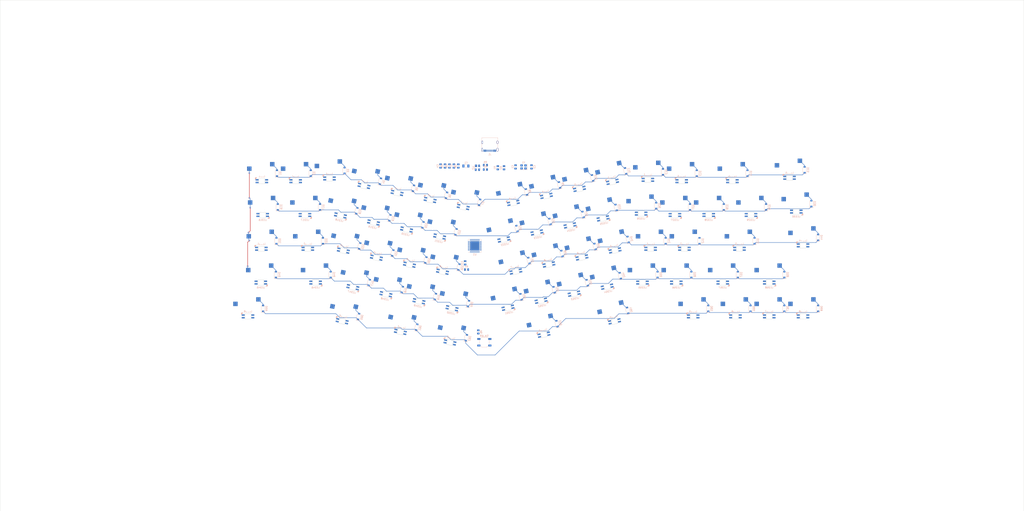
<source format=kicad_pcb>
(kicad_pcb (version 20211014) (generator pcbnew)
  (layers (0 "F.Cu" signal) (31 "B.Cu" signal) (34 "B.Paste" user) (35 "F.Paste" user) (36 "B.SilkS" user "B.Silkscreen") (37 "F.SilkS" user "F.Silkscreen") (38 "B.Mask" user) (39 "F.Mask" user) (44 "Edge.Cuts" user))
  (net 0 "")
  (net 1 "xtal1")
  (net 2 "GND")
  (net 3 "xtal2")
  (net 4 "Net-(C3-Pad1)")
  (net 5 "+5V")
  (net 6 "row0")
  (net 7 "Net-(D1-Pad2)")
  (net 8 "Net-(D2-Pad2)")
  (net 9 "Net-(D3-Pad2)")
  (net 10 "row1")
  (net 11 "Net-(D4-Pad2)")
  (net 12 "Net-(D5-Pad2)")
  (net 13 "Net-(D6-Pad2)")
  (net 14 "Net-(D7-Pad2)")
  (net 15 "row2")
  (net 16 "Net-(D8-Pad2)")
  (net 17 "Net-(D9-Pad2)")
  (net 18 "Net-(D10-Pad2)")
  (net 19 "row3")
  (net 20 "Net-(D11-Pad2)")
  (net 21 "Net-(D12-Pad2)")
  (net 22 "Net-(D13-Pad2)")
  (net 23 "Net-(D14-Pad2)")
  (net 24 "row4")
  (net 25 "Net-(D15-Pad2)")
  (net 26 "Net-(D16-Pad2)")
  (net 27 "Net-(J1-PadA6)")
  (net 28 "VCC")
  (net 29 "Net-(J1-PadA7)")
  (net 30 "Net-(J1-PadB5)")
  (net 32 "Net-(J1-PadA5)")
  (net 34 "led")
  (net 35 "Net-(LED1-Pad2)")
  (net 36 "Net-(LED2-Pad2)")
  (net 37 "Net-(LED3-Pad2)")
  (net 38 "Net-(D17-Pad2)")
  (net 39 "reset")
  (net 40 "d-")
  (net 41 "d+")
  (net 42 "col1")
  (net 43 "col2")
  (net 44 "col3")
  (net 45 "col0")
  (net 46 "Net-(D18-Pad2)")
  (net 47 "Net-(D19-Pad2)")
  (net 48 "Net-(D20-Pad2)")
  (net 49 "Net-(D21-Pad2)")
  (net 50 "Net-(D22-Pad2)")
  (net 51 "Net-(D23-Pad2)")
  (net 52 "Net-(D24-Pad2)")
  (net 54 "Net-(D25-Pad2)")
  (net 55 "Net-(D26-Pad2)")
  (net 56 "Net-(D27-Pad2)")
  (net 57 "Net-(D28-Pad2)")
  (net 59 "Net-(LED4-Pad2)")
  (net 60 "Net-(LED5-Pad2)")
  (net 61 "Net-(LED6-Pad2)")
  (net 62 "Net-(LED7-Pad2)")
  (net 63 "Net-(LED21-Pad4)")
  (net 64 "Net-(LED9-Pad2)")
  (net 65 "Net-(LED11-Pad4)")
  (net 66 "Net-(LED12-Pad4)")
  (net 67 "Net-(LED12-Pad2)")
  (net 68 "Net-(LED14-Pad4)")
  (net 69 "Net-(LED14-Pad2)")
  (net 71 "Net-(LED31-Pad4)")
  (net 72 "Net-(D29-Pad2)")
  (net 73 "Net-(D30-Pad2)")
  (net 74 "Net-(D31-Pad2)")
  (net 75 "col15")
  (net 76 "Net-(D32-Pad2)")
  (net 77 "Net-(D33-Pad2)")
  (net 78 "Net-(D34-Pad2)")
  (net 79 "Net-(D35-Pad2)")
  (net 80 "Net-(D36-Pad2)")
  (net 81 "Net-(D37-Pad2)")
  (net 82 "Net-(D38-Pad2)")
  (net 83 "Net-(D39-Pad2)")
  (net 84 "Net-(D40-Pad2)")
  (net 85 "Net-(D41-Pad2)")
  (net 86 "Net-(D42-Pad2)")
  (net 87 "Net-(D43-Pad2)")
  (net 88 "Net-(D44-Pad2)")
  (net 89 "Net-(D45-Pad2)")
  (net 90 "Net-(D46-Pad2)")
  (net 91 "Net-(D47-Pad2)")
  (net 92 "Net-(D48-Pad2)")
  (net 93 "Net-(D49-Pad2)")
  (net 94 "Net-(D50-Pad2)")
  (net 95 "Net-(D51-Pad2)")
  (net 96 "Net-(D52-Pad2)")
  (net 97 "Net-(D53-Pad2)")
  (net 98 "Net-(D54-Pad2)")
  (net 99 "Net-(D55-Pad2)")
  (net 100 "Net-(D56-Pad2)")
  (net 101 "Net-(D57-Pad2)")
  (net 102 "Net-(D58-Pad2)")
  (net 103 "Net-(D59-Pad2)")
  (net 104 "Net-(D60-Pad2)")
  (net 105 "Net-(D61-Pad2)")
  (net 106 "Net-(D62-Pad2)")
  (net 107 "Net-(D63-Pad2)")
  (net 108 "Net-(D64-Pad2)")
  (net 109 "Net-(D65-Pad2)")
  (net 110 "Net-(D66-Pad2)")
  (net 111 "Net-(D67-Pad2)")
  (net 112 "Net-(D68-Pad2)")
  (net 113 "Net-(LED17-Pad2)")
  (net 114 "Net-(LED18-Pad2)")
  (net 115 "Net-(LED19-Pad2)")
  (net 116 "Net-(LED20-Pad2)")
  (net 117 "Net-(LED21-Pad2)")
  (net 118 "Net-(LED22-Pad2)")
  (net 119 "Net-(LED22-Pad4)")
  (net 120 "Net-(LED23-Pad4)")
  (net 121 "Net-(LED25-Pad2)")
  (net 122 "Net-(LED26-Pad2)")
  (net 123 "Net-(LED27-Pad2)")
  (net 124 "Net-(LED27-Pad4)")
  (net 125 "Net-(LED29-Pad2)")
  (net 126 "Net-(LED30-Pad2)")
  (net 127 "Net-(LED31-Pad2)")
  (net 128 "Net-(LED32-Pad2)")
  (net 129 "Net-(LED33-Pad2)")
  (net 130 "Net-(LED34-Pad2)")
  (net 131 "Net-(LED35-Pad2)")
  (net 132 "Net-(LED36-Pad2)")
  (net 133 "Net-(LED37-Pad2)")
  (net 134 "Net-(LED38-Pad2)")
  (net 135 "Net-(LED39-Pad2)")
  (net 136 "Net-(LED40-Pad2)")
  (net 137 "Net-(LED41-Pad2)")
  (net 138 "Net-(LED42-Pad2)")
  (net 139 "Net-(LED43-Pad2)")
  (net 140 "Net-(LED44-Pad2)")
  (net 141 "Net-(LED45-Pad2)")
  (net 142 "Net-(LED45-Pad4)")
  (net 143 "Net-(LED46-Pad4)")
  (net 144 "Net-(LED48-Pad2)")
  (net 145 "Net-(LED49-Pad2)")
  (net 146 "Net-(LED50-Pad2)")
  (net 147 "Net-(LED51-Pad2)")
  (net 148 "Net-(LED52-Pad2)")
  (net 149 "Net-(LED53-Pad2)")
  (net 150 "Net-(LED53-Pad4)")
  (net 151 "Net-(LED54-Pad4)")
  (net 152 "Net-(LED56-Pad2)")
  (net 153 "Net-(LED56-Pad4)")
  (net 154 "Net-(LED58-Pad2)")
  (net 155 "Net-(LED59-Pad2)")
  (net 156 "Net-(LED60-Pad2)")
  (net 157 "Net-(LED61-Pad2)")
  (net 158 "Net-(LED62-Pad2)")
  (net 159 "Net-(LED63-Pad2)")
  (net 160 "Net-(LED64-Pad2)")
  (net 161 "Net-(LED65-Pad2)")
  (net 162 "Net-(LED66-Pad2)")
  (net 163 "Net-(LED67-Pad2)")
  (net 164 "Net-(LED68-Pad2)")
  (net 165 "Net-(R4-Pad1)")
  (net 166 "col4")
  (net 167 "col5")
  (net 168 "col6")
  (net 169 "col7")
  (net 170 "col8")
  (net 171 "col9")
  (net 172 "col10")
  (net 173 "col11")
  (net 174 "col12")
  (net 175 "col13")
  (net 176 "col14")
  (footprint "MX_Only:MXOnly-1U-Hotswap" (layer "F.Cu") (at 231.621367 58.175302 12)
    (fp_text reference "SW40")
    (fp_text value "SW_PUSH")
  )
  (footprint "MX_Only:MXOnly-1U-Hotswap" (layer "F.Cu") (at 110.656082 25.779555 -12)
    (fp_text reference "SW5")
    (fp_text value "SW_PUSH")
  )
  (footprint "MX_Only:MXOnly-1U-Hotswap" (layer "F.Cu") (at 334.7085 36.195)
    (fp_text reference "SW30")
    (fp_text value "SW_PUSH")
  )
  (footprint "MX_Only:MXOnly-1U-Hotswap" (layer "F.Cu") (at 116.012221 46.393625 -12)
    (fp_text reference "SW20")
    (fp_text value "SW_PUSH")
  )
  (footprint "MX_Only:MXOnly-1U-Hotswap" (layer "F.Cu") (at 194.353943 66.096738 12)
    (fp_text reference "SW38")
    (fp_text value "SW_PUSH")
  )
  (footprint "MX_Only:MXOnly-1U-Hotswap" (layer "F.Cu") (at 319.4685 95.25)
    (fp_text reference "SW67")
    (fp_text value "SW_PUSH")
  )
  (footprint "MX_Only:MXOnly-1U-Hotswap" (layer "F.Cu") (at 330.8985 17.145)
    (fp_text reference "SW15")
    (fp_text value "SW_PUSH")
  )
  (footprint "MX_Only:MXOnly-1U-Hotswap" (layer "F.Cu") (at 211.588019 23.482345 12)
    (fp_text reference "SW10")
    (fp_text value "SW_PUSH")
  )
  (footprint "MX_Only:MXOnly-1U-Hotswap" (layer "F.Cu") (at 206.23188 44.096416 12)
    (fp_text reference "SW24")
    (fp_text value "SW_PUSH")
  )
  (footprint "MX_Only:MXOnly-1U-Hotswap" (layer "F.Cu") (at 171.295779 90.47349 12)
    (fp_text reference "SW51")
    (fp_text value "SW_PUSH")
  )
  (footprint "MX_Only:MXOnly-1U-Hotswap" (layer "F.Cu") (at 267.081 76.2)
    (fp_text reference "SW56")
    (fp_text value "SW_PUSH")
  )
  (footprint "MX_Only:MXOnly-1U-Hotswap" (layer "F.Cu") (at 338.5185 55.245)
    (fp_text reference "SW44")
    (fp_text value "SW_PUSH")
  )
  (footprint "MX_Only:MXOnly-1U-Hotswap" (layer "F.Cu") (at 99.007905 62.254835 -12)
    (fp_text reference "SW34")
    (fp_text value "SW_PUSH")
  )
  (footprint "MX_Only:MXOnly-1U-Hotswap" (layer "F.Cu") (at 92.022371 21.818837 -12)
    (fp_text reference "SW4")
    (fp_text value "SW_PUSH")
  )
  (footprint "MX_Only:MXOnly-1U-Hotswap" (layer "F.Cu") (at 227.196914 78.591337 12)
    (fp_text reference "SW54")
    (fp_text value "SW_PUSH")
  )
  (footprint "MX_Only:MXOnly-1U-Hotswap" (layer "F.Cu") (at 212.987655 62.13602 12)
    (fp_text reference "SW39")
    (fp_text value "SW_PUSH")
  )
  (footprint "MX_Only:MXOnly-1U-Hotswap" (layer "F.Cu") (at 266.319 38.1)
    (fp_text reference "SW27")
    (fp_text value "SW_PUSH")
  )
  (footprint "MX_Only:MXOnly-1.5U-Hotswap" (layer "F.Cu") (at 231.356157 98.15663 12)
    (fp_text reference "SW64")
    (fp_text value "SW_PUSH")
  )
  (footprint "MX_Only:MXOnly-1U-Hotswap" (layer "F.Cu") (at 248.031 76.2)
    (fp_text reference "SW55")
    (fp_text value "SW_PUSH")
  )
  (footprint "MX_Only:MXOnly-1U-Hotswap" (layer "F.Cu") (at 208.563202 82.552055 12)
    (fp_text reference "SW53")
    (fp_text value "SW_PUSH")
  )
  (footprint "MX_Only:MXOnly-1U-Hotswap" (layer "F.Cu") (at 230.22173 19.521627 12)
    (fp_text reference "SW11")
    (fp_text value "SW_PUSH")
  )
  (footprint "MX_Only:MXOnly-1U-Hotswap" (layer "F.Cu") (at 189.92949 86.512772 12)
    (fp_text reference "SW52")
    (fp_text value "SW_PUSH")
  )
  (footprint "MX_Only:MXOnly-1U-Hotswap" (layer "F.Cu") (at 122.997755 86.829623 -12)
    (fp_text reference "SW49")
    (fp_text value "SW_PUSH")
  )
  (footprint "MX_Only:MXOnly-1U-Hotswap" (layer "F.Cu") (at 78.744797 38.47219 -12)
    (fp_text reference "SW18")
    (fp_text value "SW_PUSH")
  )
  (footprint "MX_Only:MXOnly-1U-Hotswap" (layer "F.Cu") (at 57.81675 38.1)
    (fp_text reference "SW17")
    (fp_text value "SW_PUSH")
  )
  (footprint "MX_Only:MXOnly-1U-Hotswap" (layer "F.Cu") (at 285.369 38.1)
    (fp_text reference "SW28")
    (fp_text value "SW_PUSH")
  )
  (footprint "MX_Only:MXOnly-1.75U-Hotswap" (layer "F.Cu") (at 33.2425 57.15)
    (fp_text reference "SW31")
    (fp_text value "SW_PUSH")
  )
  (footprint "MX_Only:MXOnly-1U-Hotswap" (layer "F.Cu") (at 174.320595 31.403781 12)
    (fp_text reference "SW8")
    (fp_text value "SW_PUSH")
  )
  (footprint "MX_Only:MXOnly-2U-Hotswap-ReversedStabilizers" (layer "F.Cu") (at 112.515238 104.077084 -12)
    (fp_text reference "SW61")
    (fp_text value "SW_PUSH")
  )
  (footprint "MX_Only:MXOnly-2U-Hotswap" (layer "F.Cu") (at 298.704 19.049999)
    (fp_text reference "SW14")
    (fp_text value "SW_PUSH")
  )
  (footprint "MX_Only:MXOnly-1U-Hotswap" (layer "F.Cu") (at 175.720231 70.057455 12)
    (fp_text reference "SW37")
    (fp_text value "SW_PUSH")
  )
  (footprint "MX_Only:MXOnly-1U-Hotswap" (layer "F.Cu") (at 147.923506 33.70099 -12)
    (fp_text reference "SW7")
    (fp_text value "SW_PUSH")
  )
  (footprint "MX_Only:MXOnly-2.75U-Hotswap-ReversedStabilizers" (layer "F.Cu") (at 191.561239 105.641522 12)
    (fp_text reference "SW63")
    (fp_text value "SW_PUSH")
  )
  (footprint "MX_Only:MXOnly-1U-Hotswap" (layer "F.Cu") (at 271.653 57.15)
    (fp_text reference "SW42")
    (fp_text value "SW_PUSH")
  )
  (footprint "MX_Only:MXOnly-1U-Hotswap" (layer "F.Cu") (at 140.465805 110.01816 -12)
    (fp_text reference "SW62")
    (fp_text value "SW_PUSH")
  )
  (footprint "MX_Only:MXOnly-1U-Hotswap" (layer "F.Cu") (at 168.964457 52.017851 12)
    (fp_text reference "SW22")
    (fp_text value "SW_PUSH")
  )
  (footprint "MX_Only:MXOnly-1U-Hotswap" (layer "F.Cu") (at 129.289794 29.740272 -12)
    (fp_text reference "SW6")
    (fp_text value "SW_PUSH")
  )
  (footprint "MX_Only:MXOnly-2.25U-Hotswap" (layer "F.Cu") (at 302.6836 57.15)
    (fp_text reference "SW43")
    (fp_text value "SW_PUSH")
  )
  (footprint "MX_Only:MXOnly-1U-Hotswap" (layer "F.Cu") (at 134.645932 50.354343 -12)
    (fp_text reference "SW21")
    (fp_text value "SW_PUSH")
  )
  (footprint "MX_Only:MXOnly-1U-Hotswap" (layer "F.Cu") (at 136.275328 70.17627 -12)
    (fp_text reference "SW36")
    (fp_text value "SW_PUSH")
  )
  (footprint "MX_Only:MXOnly-1.5U-Hotswap" (layer "F.Cu") (at 276.6065 95.25)
    (fp_text reference "SW65")
    (fp_text value "SW_PUSH")
  )
  (footprint "MX_Only:MXOnly-1U-Hotswap" (layer "F.Cu") (at 338.5185 95.25)
    (fp_text reference "SW68")
    (fp_text value "SW_PUSH")
  )
  (footprint "MX_Only:MXOnly-1.75U-Hotswap" (layer "F.Cu") (at 293.275 76.2)
    (fp_text reference "SW57")
    (fp_text value "SW_PUSH")
  )
  (footprint "MX_Only:MXOnly-1U-Hotswap" (layer "F.Cu") (at 97.378509 42.432908 -12)
    (fp_text reference "SW19")
    (fp_text value "SW_PUSH")
  )
  (footprint "MX_Only:MXOnly-1.5U-Hotswap" (layer "F.Cu") (at 34.00475 38.1)
    (fp_text reference "SW16")
    (fp_text value "SW_PUSH")
  )
  (footprint "MX_Only:MXOnly-1U-Hotswap" (layer "F.Cu") (at 80.374193 58.294117 -12)
    (fp_text reference "SW33")
    (fp_text value "SW_PUSH")
  )
  (footprint "MX_Only:MXOnly-1U-Hotswap" (layer "F.Cu") (at 224.865592 40.135698 12)
    (fp_text reference "SW25")
    (fp_text value "SW_PUSH")
  )
  (footprint "MX_Only:MXOnly-1U-Hotswap" (layer "F.Cu") (at 252.603 57.15)
    (fp_text reference "SW41")
    (fp_text value "SW_PUSH")
  )
  (footprint "MX_Only:MXOnly-1U-Hotswap" (layer "F.Cu") (at 52.578 19.049999)
    (fp_text reference "SW2")
    (fp_text value "SW_PUSH")
  )
  (footprint "MX_Only:MXOnly-1U-Hotswap" (layer "F.Cu") (at 247.269 37.338)
    (fp_text reference "SW26")
    (fp_text value "SW_PUSH")
  )
  (footprint "MX_Only:MXOnly-1U-Hotswap" (layer "F.Cu") (at 33.528 19.049999)
    (fp_text reference "SW1")
    (fp_text value "SW_PUSH")
  )
  (footprint "MX_Only:MXOnly-1U-Hotswap" (layer "F.Cu") (at 71.628 17.526)
    (fp_text reference "SW3")
    (fp_text value "SW_PUSH")
  )
  (footprint "MX_Only:MXOnly-1U-Hotswap" (layer "F.Cu") (at 104.364043 82.868905 -12)
    (fp_text reference "SW48")
    (fp_text value "SW_PUSH")
  )
  (footprint "MX_Only:MXOnly-1U-Hotswap" (layer "F.Cu") (at 85.730331 78.908188 -12)
    (fp_text reference "SW47")
    (fp_text value "SW_PUSH")
  )
  (footprint "MX_Only:MXOnly-1U-Hotswap" (layer "F.Cu") (at 59.436 57.15)
    (fp_text reference "SW32")
    (fp_text value "SW_PUSH")
  )
  (footprint "MX_Only:MXOnly-1U-Hotswap" (layer "F.Cu") (at 141.631466 90.790341 -12)
    (fp_text reference "SW50")
    (fp_text value "SW_PUSH")
  )
  (footprint "MX_Only:MXOnly-1U-Hotswap" (layer "F.Cu") (at 117.641616 66.215552 -12)
    (fp_text reference "SW35")
    (fp_text value "SW_PUSH")
  )
  (footprint "MX_Only:MXOnly-1U-Hotswap" (layer "F.Cu") (at 300.4185 95.25)
    (fp_text reference "SW66")
    (fp_text value "SW_PUSH")
  )
  (footprint "MX_Only:MXOnly-1U-Hotswap" (layer "F.Cu") (at 270.129 19.049999)
    (fp_text reference "SW13")
    (fp_text value "SW_PUSH")
  )
  (footprint "MX_Only:MXOnly-1.5U-Hotswap" (layer "F.Cu") (at 25.718 95.25)
    (fp_text reference "SW59")
    (fp_text value "SW_PUSH")
  )
  (footprint "MX_Only:MXOnly-1U-Hotswap" (layer "F.Cu") (at 192.954307 27.443063 12)
    (fp_text reference "SW9")
    (fp_text value "SW_PUSH")
  )
  (footprint "MX_Only:MXOnly-1U-Hotswap" (layer "F.Cu") (at 63.8175 76.2)
    (fp_text reference "SW46")
    (fp_text value "SW_PUSH")
  )
  (footprint "MX_Only:MXOnly-1.5U-Hotswap" (layer "F.Cu") (at 309.182 38.1)
    (fp_text reference "SW29")
    (fp_text value "SW_PUSH")
  )
  (footprint "MX_Only:MXOnly-1.5U-Hotswap" (layer "F.Cu") (at 79.708695 98.077617 -12)
    (fp_text reference "SW60")
    (fp_text value "SW_PUSH")
  )
  (footprint "MX_Only:MXOnly-2.25U-Hotswap" (layer "F.Cu") (at 32.9356 76.2)
    (fp_text reference "SW45")
    (fp_text value "SW_PUSH")
  )
  (footprint "MX_Only:MXOnly-1U-Hotswap" (layer "F.Cu") (at 251.079 18.288)
    (fp_text reference "SW12")
    (fp_text value "SW_PUSH")
  )
  (footprint "MX_Only:MXOnly-1U-Hotswap" (layer "F.Cu") (at 319.4685 76.2)
    (fp_text reference "SW58")
    (fp_text value "SW_PUSH")
  )
  (footprint "MX_Only:MXOnly-1U-Hotswap" (layer "F.Cu") (at 187.598169 48.057134 12)
    (fp_text reference "SW23")
    (fp_text value "SW_PUSH")
  )
  (footprint "Diode_SMD:D_SOD-123" (layer "B.Cu") (at 184.034485 68.290206 102)
    (fp_text reference "D37")
    (fp_text value "D_Small")
  )
  (footprint "Custom:YS-SK6812MINI-E" (layer "B.Cu") (at 267.081 80.7 180)
    (fp_text reference "LED56")
    (fp_text value "YS-SK6812MINI-E")
    (fp_line (start 1.7 1.5) (end -1.7 1.5) (layer "Edge.Cuts") (width 0.12))
    (fp_line (start -1.7 1.5) (end -1.7 -1.5) (layer "Edge.Cuts") (width 0.12))
    (fp_line (start -1.7 -1.5) (end 1.7 -1.5) (layer "Edge.Cuts") (width 0.12))
    (fp_line (start 1.7 -1.5) (end 1.7 1.5) (layer "Edge.Cuts") (width 0.12))
  )
  (footprint "Diode_SMD:D_SOD-123" (layer "B.Cu") (at 42.028 19.049999 90)
    (fp_text reference "D1")
    (fp_text value "D_Small")
  )
  (footprint "Custom:YS-SK6812MINI-E" (layer "B.Cu") (at 59.436 61.65)
    (fp_text reference "LED32")
    (fp_text value "YS-SK6812MINI-E")
    (fp_line (start 1.7 1.5) (end -1.7 1.5) (layer "Edge.Cuts") (width 0.12))
    (fp_line (start -1.7 1.5) (end -1.7 -1.5) (layer "Edge.Cuts") (width 0.12))
    (fp_line (start -1.7 -1.5) (end 1.7 -1.5) (layer "Edge.Cuts") (width 0.12))
    (fp_line (start 1.7 -1.5) (end 1.7 1.5) (layer "Edge.Cuts") (width 0.12))
  )
  (footprint "Diode_SMD:D_SOD-123" (layer "B.Cu") (at 347.0185 95.25 90)
    (fp_text reference "D68")
    (fp_text value "D_Small")
  )
  (footprint "Custom:YS-SK6812MINI-E" (layer "B.Cu") (at 285.369 42.6 180)
    (fp_text reference "LED28")
    (fp_text value "YS-SK6812MINI-E")
    (fp_line (start 1.7 -1.5) (end 1.7 1.5) (layer "Edge.Cuts") (width 0.12))
    (fp_line (start -1.7 1.5) (end -1.7 -1.5) (layer "Edge.Cuts") (width 0.12))
    (fp_line (start 1.7 1.5) (end -1.7 1.5) (layer "Edge.Cuts") (width 0.12))
    (fp_line (start -1.7 -1.5) (end 1.7 -1.5) (layer "Edge.Cuts") (width 0.12))
  )
  (footprint "Diode_SMD:D_SOD-123" (layer "B.Cu") (at 202.668197 64.329489 102)
    (fp_text reference "D38")
    (fp_text value "D_Small")
  )
  (footprint "Diode_SMD:D_SOD-123" (layer "B.Cu") (at 233.179846 38.368449 102)
    (fp_text reference "D25")
    (fp_text value "D_Small")
  )
  (footprint "Custom:YS-SK6812MINI-E" (layer "B.Cu") (at 122.062153 91.231287 168)
    (fp_text reference "LED49")
    (fp_text value "YS-SK6812MINI-E")
    (fp_line (start -1.7 -1.5) (end 1.7 -1.5) (layer "Edge.Cuts") (width 0.12))
    (fp_line (start -1.7 1.5) (end -1.7 -1.5) (layer "Edge.Cuts") (width 0.12))
    (fp_line (start 1.7 -1.5) (end 1.7 1.5) (layer "Edge.Cuts") (width 0.12))
    (fp_line (start 1.7 1.5) (end -1.7 1.5) (layer "Edge.Cuts") (width 0.12))
  )
  (footprint "Package_DFN_QFN:QFN-44-1EP_7x7mm_P0.5mm_EP5.2x5.2mm" (layer "B.Cu") (at 153.5 60)
    (fp_text reference "U1")
    (fp_text value "ATmega32U4-M")
  )
  (footprint "Diode_SMD:D_SOD-123" (layer "B.Cu") (at 100.336625 23.586086 78)
    (fp_text reference "D4")
    (fp_text value "D_Small")
  )
  (footprint "Custom:YS-SK6812MINI-E" (layer "B.Cu") (at 293.275 80.7 180)
    (fp_text reference "LED57")
    (fp_text value "YS-SK6812MINI-E")
    (fp_line (start 1.7 -1.5) (end 1.7 1.5) (layer "Edge.Cuts") (width 0.12))
    (fp_line (start -1.7 -1.5) (end 1.7 -1.5) (layer "Edge.Cuts") (width 0.12))
    (fp_line (start -1.7 1.5) (end -1.7 -1.5) (layer "Edge.Cuts") (width 0.12))
    (fp_line (start 1.7 1.5) (end -1.7 1.5) (layer "Edge.Cuts") (width 0.12))
  )
  (footprint "Diode_SMD:D_SOD-123" (layer "B.Cu") (at 201.268561 25.675814 102)
    (fp_text reference "D9")
    (fp_text value "D_Small")
  )
  (footprint "Custom:YS-SK6812MINI-E" (layer "B.Cu") (at 115.076619 50.795289 168)
    (fp_text reference "LED20")
    (fp_text value "YS-SK6812MINI-E")
    (fp_line (start 1.7 1.5) (end -1.7 1.5) (layer "Edge.Cuts") (width 0.12))
    (fp_line (start 1.7 -1.5) (end 1.7 1.5) (layer "Edge.Cuts") (width 0.12))
    (fp_line (start -1.7 1.5) (end -1.7 -1.5) (layer "Edge.Cuts") (width 0.12))
    (fp_line (start -1.7 -1.5) (end 1.7 -1.5) (layer "Edge.Cuts") (width 0.12))
  )
  (footprint "Diode_SMD:D_SOD-123" (layer "B.Cu") (at 137.604048 31.507521 78)
    (fp_text reference "D6")
    (fp_text value "D_Small")
  )
  (footprint "Custom:YS-SK6812MINI-E" (layer "B.Cu") (at 103.428441 87.270569 168)
    (fp_text reference "LED48")
    (fp_text value "YS-SK6812MINI-E")
    (fp_line (start 1.7 1.5) (end -1.7 1.5) (layer "Edge.Cuts") (width 0.12))
    (fp_line (start -1.7 1.5) (end -1.7 -1.5) (layer "Edge.Cuts") (width 0.12))
    (fp_line (start -1.7 -1.5) (end 1.7 -1.5) (layer "Edge.Cuts") (width 0.12))
    (fp_line (start 1.7 -1.5) (end 1.7 1.5) (layer "Edge.Cuts") (width 0.12))
  )
  (footprint "Diode_SMD:D_SOD-123" (layer "B.Cu") (at 307.204 19.049999 90)
    (fp_text reference "D14")
    (fp_text value "D_Small")
  )
  (footprint "Capacitor_SMD:C_0805_2012Metric" (layer "B.Cu") (at 176.5 15.5 -90)
    (fp_text reference "C1")
    (fp_text value "22p")
  )
  (footprint "Resistor_SMD:R_0805_2012Metric" (layer "B.Cu") (at 155.5 108.5 90)
    (fp_text reference "R6")
    (fp_text value "10k")
  )
  (footprint "Diode_SMD:D_SOD-123" (layer "B.Cu") (at 67.936 57.15 90)
    (fp_text reference "D32")
    (fp_text value "D_Small")
  )
  (footprint "Resistor_SMD:R_0805_2012Metric" (layer "B.Cu") (at 166.5 16 -90)
    (fp_text reference "R1")
    (fp_text value "5.1k")
  )
  (footprint "Diode_SMD:D_SOD-123" (layer "B.Cu") (at 88.022949 99.844866 78)
    (fp_text reference "D60")
    (fp_text value "D_Small")
  )
  (footprint "Diode_SMD:D_SOD-123" (layer "B.Cu") (at 88.688447 60.061366 78)
    (fp_text reference "D33")
    (fp_text value "D_Small")
  )
  (footprint "Custom:YS-SK6812MINI-E" (layer "B.Cu") (at 169.900059 56.419515 -168)
    (fp_text reference "LED22")
    (fp_text value "YS-SK6812MINI-E")
    (fp_line (start -1.7 1.5) (end -1.7 -1.5) (layer "Edge.Cuts") (width 0.12))
    (fp_line (start -1.7 -1.5) (end 1.7 -1.5) (layer "Edge.Cuts") (width 0.12))
    (fp_line (start 1.7 1.5) (end -1.7 1.5) (layer "Edge.Cuts") (width 0.12))
    (fp_line (start 1.7 -1.5) (end 1.7 1.5) (layer "Edge.Cuts") (width 0.12))
  )
  (footprint "Custom:YS-SK6812MINI-E" (layer "B.Cu") (at 190.865092 90.914436 -168)
    (fp_text reference "LED52")
    (fp_text value "YS-SK6812MINI-E")
    (fp_line (start -1.7 -1.5) (end 1.7 -1.5) (layer "Edge.Cuts") (width 0.12))
    (fp_line (start -1.7 1.5) (end -1.7 -1.5) (layer "Edge.Cuts") (width 0.12))
    (fp_line (start 1.7 -1.5) (end 1.7 1.5) (layer "Edge.Cuts") (width 0.12))
    (fp_line (start 1.7 1.5) (end -1.7 1.5) (layer "Edge.Cuts") (width 0.12))
  )
  (footprint "Custom:YS-SK6812MINI-E" (layer "B.Cu") (at 338.5185 59.745)
    (fp_text reference "LED44")
    (fp_text value "YS-SK6812MINI-E")
    (fp_line (start 1.7 1.5) (end -1.7 1.5) (layer "Edge.Cuts") (width 0.12))
    (fp_line (start -1.7 1.5) (end -1.7 -1.5) (layer "Edge.Cuts") (width 0.12))
    (fp_line (start 1.7 -1.5) (end 1.7 1.5) (layer "Edge.Cuts") (width 0.12))
    (fp_line (start -1.7 -1.5) (end 1.7 -1.5) (layer "Edge.Cuts") (width 0.12))
  )
  (footprint "Custom:YS-SK6812MINI-E" (layer "B.Cu") (at 32.9356 80.7 180)
    (fp_text reference "LED45")
    (fp_text value "YS-SK6812MINI-E")
    (fp_line (start 1.7 1.5) (end -1.7 1.5) (layer "Edge.Cuts") (width 0.12))
    (fp_line (start -1.7 1.5) (end -1.7 -1.5) (layer "Edge.Cuts") (width 0.12))
    (fp_line (start 1.7 -1.5) (end 1.7 1.5) (layer "Edge.Cuts") (width 0.12))
    (fp_line (start -1.7 -1.5) (end 1.7 -1.5) (layer "Edge.Cuts") (width 0.12))
  )
  (footprint "Custom:YS-SK6812MINI-E" (layer "B.Cu") (at 33.2425 61.65)
    (fp_text reference "LED31")
    (fp_text value "YS-SK6812MINI-E")
    (fp_line (start 1.7 1.5) (end -1.7 1.5) (layer "Edge.Cuts") (width 0.12))
    (fp_line (start -1.7 1.5) (end -1.7 -1.5) (layer "Edge.Cuts") (width 0.12))
    (fp_line (start 1.7 -1.5) (end 1.7 1.5) (layer "Edge.Cuts") (width 0.12))
    (fp_line (start -1.7 -1.5) (end 1.7 -1.5) (layer "Edge.Cuts") (width 0.12))
  )
  (footprint "Custom:YS-SK6812MINI-E" (layer "B.Cu") (at 212.523621 27.884009 12)
    (fp_text reference "LED10")
    (fp_text value "YS-SK6812MINI-E")
    (fp_line (start -1.7 -1.5) (end 1.7 -1.5) (layer "Edge.Cuts") (width 0.12))
    (fp_line (start -1.7 1.5) (end -1.7 -1.5) (layer "Edge.Cuts") (width 0.12))
    (fp_line (start 1.7 1.5) (end -1.7 1.5) (layer "Edge.Cuts") (width 0.12))
    (fp_line (start 1.7 -1.5) (end 1.7 1.5) (layer "Edge.Cuts") (width 0.12))
  )
  (footprint "Diode_SMD:D_SOD-123" (layer "B.Cu") (at 347.0185 55.245 90)
    (fp_text reference "D44")
    (fp_text value "D_Small")
  )
  (footprint "Custom:YS-SK6812MINI-E" (layer "B.Cu") (at 302.6836 61.65)
    (fp_text reference "LED43")
    (fp_text value "YS-SK6812MINI-E")
    (fp_line (start -1.7 -1.5) (end 1.7 -1.5) (layer "Edge.Cuts") (width 0.12))
    (fp_line (start 1.7 -1.5) (end 1.7 1.5) (layer "Edge.Cuts") (width 0.12))
    (fp_line (start -1.7 1.5) (end -1.7 -1.5) (layer "Edge.Cuts") (width 0.12))
    (fp_line (start 1.7 1.5) (end -1.7 1.5) (layer "Edge.Cuts") (width 0.12))
  )
  (footprint "Custom:YS-SK6812MINI-E" (layer "B.Cu") (at 63.8175 80.7 180)
    (fp_text reference "LED46")
    (fp_text value "YS-SK6812MINI-E")
    (fp_line (start -1.7 1.5) (end -1.7 -1.5) (layer "Edge.Cuts") (width 0.12))
    (fp_line (start -1.7 -1.5) (end 1.7 -1.5) (layer "Edge.Cuts") (width 0.12))
    (fp_line (start 1.7 1.5) (end -1.7 1.5) (layer "Edge.Cuts") (width 0.12))
    (fp_line (start 1.7 -1.5) (end 1.7 1.5) (layer "Edge.Cuts") (width 0.12))
  )
  (footprint "Diode_SMD:D_SOD-123" (layer "B.Cu") (at 235.511168 76.824088 102)
    (fp_text reference "D54")
    (fp_text value "D_Small")
  )
  (footprint "Diode_SMD:D_SOD-123" (layer "B.Cu") (at 177.278711 50.250602 102)
    (fp_text reference "D22")
    (fp_text value "D_Small")
  )
  (footprint "Custom:YS-SK6812MINI-E" (layer "B.Cu") (at 25.718 99.75)
    (fp_text reference "LED59")
    (fp_text value "YS-SK6812MINI-E")
    (fp_line (start -1.7 -1.5) (end 1.7 -1.5) (layer "Edge.Cuts") (width 0.12))
    (fp_line (start 1.7 1.5) (end -1.7 1.5) (layer "Edge.Cuts") (width 0.12))
    (fp_line (start 1.7 -1.5) (end 1.7 1.5) (layer "Edge.Cuts") (width 0.12))
    (fp_line (start -1.7 1.5) (end -1.7 -1.5) (layer "Edge.Cuts") (width 0.12))
  )
  (footprint "Diode_SMD:D_SOD-123" (layer "B.Cu") (at 198.243744 84.745523 102)
    (fp_text reference "D52")
    (fp_text value "D_Small")
  )
  (footprint "Custom:YS-SK6812MINI-E" (layer "B.Cu") (at 330.8985 21.645)
    (fp_text reference "LED15")
    (fp_text value "YS-SK6812MINI-E")
    (fp_line (start 1.7 1.5) (end -1.7 1.5) (layer "Edge.Cuts") (width 0.12))
    (fp_line (start -1.7 1.5) (end -1.7 -1.5) (layer "Edge.Cuts") (width 0.12))
    (fp_line (start -1.7 -1.5) (end 1.7 -1.5) (layer "Edge.Cuts") (width 0.12))
    (fp_line (start 1.7 -1.5) (end 1.7 1.5) (layer "Edge.Cuts") (width 0.12))
  )
  (footprint "Diode_SMD:D_SOD-123" (layer "B.Cu") (at 275.581 76.2 90)
    (fp_text reference "D56")
    (fp_text value "D_Small")
  )
  (footprint "Diode_SMD:D_SOD-123" (layer "B.Cu") (at 280.153 57.15 90)
    (fp_text reference "D42")
    (fp_text value "D_Small")
  )
  (footprint "Diode_SMD:D_SOD-123" (layer "B.Cu") (at 327.9685 95.25 90)
    (fp_text reference "D67")
    (fp_text value "D_Small")
  )
  (footprint "Custom:YS-SK6812MINI-E" (layer "B.Cu") (at 116.706014 70.617216 -12)
    (fp_text reference "LED35")
    (fp_text value "YS-SK6812MINI-E")
    (fp_line (start -1.7 -1.5) (end 1.7 -1.5) (layer "Edge.Cuts") (width 0.12))
    (fp_line (start -1.7 1.5) (end -1.7 -1.5) (layer "Edge.Cuts") (width 0.12))
    (fp_line (start 1.7 1.5) (end -1.7 1.5) (layer "Edge.Cuts") (width 0.12))
    (fp_line (start 1.7 -1.5) (end 1.7 1.5) (layer "Edge.Cuts") (width 0.12))
  )
  (footprint "Custom:YS-SK6812MINI-E" (layer "B.Cu") (at 232.556969 62.576966 12)
    (fp_text reference "LED40")
    (fp_text value "YS-SK6812MINI-E")
    (fp_line (start -1.7 1.5) (end -1.7 -1.5) (layer "Edge.Cuts") (width 0.12))
    (fp_line (start 1.7 1.5) (end -1.7 1.5) (layer "Edge.Cuts") (width 0.12))
    (fp_line (start -1.7 -1.5) (end 1.7 -1.5) (layer "Edge.Cuts") (width 0.12))
    (fp_line (start 1.7 -1.5) (end 1.7 1.5) (layer "Edge.Cuts") (width 0.12))
  )
  (footprint "Custom:YS-SK6812MINI-E" (layer "B.Cu") (at 213.923257 66.537684 12)
    (fp_text reference "LED39")
    (fp_text value "YS-SK6812MINI-E")
    (fp_line (start -1.7 -1.5) (end 1.7 -1.5) (layer "Edge.Cuts") (width 0.12))
    (fp_line (start 1.7 1.5) (end -1.7 1.5) (layer "Edge.Cuts") (width 0.12))
    (fp_line (start -1.7 1.5) (end -1.7 -1.5) (layer "Edge.Cuts") (width 0.12))
    (fp_line (start 1.7 -1.5) (end 1.7 1.5) (layer "Edge.Cuts") (width 0.12))
  )
  (footprint "Diode_SMD:D_SOD-123" (layer "B.Cu") (at 107.322159 64.022084 78)
    (fp_text reference "D34")
    (fp_text value "D_Small")
  )
  (footprint "Diode_SMD:D_SOD-123" (layer "B.Cu") (at 156.23776 35.468239 78)
    (fp_text reference "D7")
    (fp_text value "D_Small")
  )
  (footprint "Diode_SMD:D_SOD-123" (layer "B.Cu") (at 41.4356 76.2 90)
    (fp_text reference "D45")
    (fp_text value "D_Small")
  )
  (footprint "Custom:YS-SK6812MINI-E" (layer "B.Cu") (at 78.773093 102.479281 -12)
    (fp_text reference "LED60")
    (fp_text value "YS-SK6812MINI-E")
    (fp_line (start 1.7 1.5) (end -1.7 1.5) (layer "Edge.Cuts") (width 0.12))
    (fp_line (start -1.7 1.5) (end -1.7 -1.5) (layer "Edge.Cuts") (width 0.12))
    (fp_line (start 1.7 -1.5) (end 1.7 1.5) (layer "Edge.Cuts") (width 0.12))
    (fp_line (start -1.7 -1.5) (end 1.7 -1.5) (layer "Edge.Cuts") (width 0.12))
  )
  (footprint "Diode_SMD:D_SOD-123" (layer "B.Cu") (at 80.128 17.526 90)
    (fp_text reference "D3")
    (fp_text value "D_Small")
  )
  (footprint "Crystal:Crystal_SMD_3225-4Pin_3.2x2.5mm" (layer "B.Cu") (at 181 15.5 180)
    (fp_text reference "Y1")
    (fp_text value "Crystal_GND24")
  )
  (footprint "Diode_SMD:D_SOD-123" (layer "B.Cu") (at 94.044585 80.675437 78)
    (fp_text reference "D47")
    (fp_text value "D_Small")
  )
  (footprint "Custom:YS-SK6812MINI-E" (layer "B.Cu") (at 338.5185 99.75)
    (fp_text reference "LED68")
    (fp_text value "YS-SK6812MINI-E")
    (fp_line (start 1.7 1.5) (end -1.7 1.5) (layer "Edge.Cuts") (width 0.12))
    (fp_line (start -1.7 -1.5) (end 1.7 -1.5) (layer "Edge.Cuts") (width 0.12))
    (fp_line (start 1.7 -1.5) (end 1.7 1.5) (layer "Edge.Cuts") (width 0.12))
    (fp_line (start -1.7 1.5) (end -1.7 -1.5) (layer "Edge.Cuts") (width 0.12))
  )
  (footprint "Fuse:Fuse_1206_3216Metric" (layer "B.Cu") (at 148.5 15 180)
    (fp_text reference "F1")
    (fp_text value "500mA")
  )
  (footprint "Custom:YS-SK6812MINI-E" (layer "B.Cu") (at 172.231381 94.875154 -168)
    (fp_text reference "LED51")
    (fp_text value "YS-SK6812MINI-E")
    (fp_line (start 1.7 1.5) (end -1.7 1.5) (layer "Edge.Cuts") (width 0.12))
    (fp_line (start -1.7 1.5) (end -1.7 -1.5) (layer "Edge.Cuts") (width 0.12))
    (fp_line (start -1.7 -1.5) (end 1.7 -1.5) (layer "Edge.Cuts") (width 0.12))
    (fp_line (start 1.7 -1.5) (end 1.7 1.5) (layer "Edge.Cuts") (width 0.12))
  )
  (footprint "Custom:YS-SK6812MINI-E" (layer "B.Cu") (at 276.6065 99.75)
    (fp_text reference "LED65")
    (fp_text value "YS-SK6812MINI-E")
    (fp_line (start 1.7 1.5) (end -1.7 1.5) (layer "Edge.Cuts") (width 0.12))
    (fp_line (start -1.7 -1.5) (end 1.7 -1.5) (layer "Edge.Cuts") (width 0.12))
    (fp_line (start -1.7 1.5) (end -1.7 -1.5) (layer "Edge.Cuts") (width 0.12))
    (fp_line (start 1.7 -1.5) (end 1.7 1.5) (layer "Edge.Cuts") (width 0.12))
  )
  (footprint "Package_TO_SOT_SMD:SOT-143" (layer "B.Cu") (at 155 16 -90)
    (fp_text reference "U2")
    (fp_text value "PRTR5V0U2X")
  )
  (footprint "Custom:YS-SK6812MINI-E" (layer "B.Cu") (at 270.129 23.549999)
    (fp_text reference "LED13")
    (fp_text value "YS-SK6812MINI-E")
    (fp_line (start -1.7 -1.5) (end 1.7 -1.5) (layer "Edge.Cuts") (width 0.12))
    (fp_line (start 1.7 -1.5) (end 1.7 1.5) (layer "Edge.Cuts") (width 0.12))
    (fp_line (start 1.7 1.5) (end -1.7 1.5) (layer "Edge.Cuts") (width 0.12))
    (fp_line (start -1.7 1.5) (end -1.7 -1.5) (layer "Edge.Cuts") (width 0.12))
  )
  (footprint "Custom:YS-SK6812MINI-E" (layer "B.Cu") (at 209.498804 86.953719 -168)
    (fp_text reference "LED53")
    (fp_text value "YS-SK6812MINI-E")
    (fp_line (start -1.7 -1.5) (end 1.7 -1.5) (layer "Edge.Cuts") (width 0.12))
    (fp_line (start -1.7 1.5) (end -1.7 -1.5) (layer "Edge.Cuts") (width 0.12))
    (fp_line (start 1.7 -1.5) (end 1.7 1.5) (layer "Edge.Cuts") (width 0.12))
    (fp_line (start 1.7 1.5) (end -1.7 1.5) (layer "Edge.Cuts") (width 0.12))
  )
  (footprint "Custom:YS-SK6812MINI-E" (layer "B.Cu") (at 193.889909 31.844727 12)
    (fp_text reference "LED9")
    (fp_text value "YS-SK6812MINI-E")
    (fp_line (start 1.7 1.5) (end -1.7 1.5) (layer "Edge.Cuts") (width 0.12))
    (fp_line (start -1.7 -1.5) (end 1.7 -1.5) (layer "Edge.Cuts") (width 0.12))
    (fp_line (start 1.7 -1.5) (end 1.7 1.5) (layer "Edge.Cuts") (width 0.12))
    (fp_line (start -1.7 1.5) (end -1.7 -1.5) (layer "Edge.Cuts") (width 0.12))
  )
  (footprint "Custom:YS-SK6812MINI-E" (layer "B.Cu") (at 298.704 23.549999)
    (fp_text reference "LED14")
    (fp_text value "YS-SK6812MINI-E")
    (fp_line (start -1.7 -1.5) (end 1.7 -1.5) (layer "Edge.Cuts") (width 0.12))
    (fp_line (start 1.7 -1.5) (end 1.7 1.5) (layer "Edge.Cuts") (width 0.12))
    (fp_line (start 1.7 1.5) (end -1.7 1.5) (layer "Edge.Cuts") (width 0.12))
    (fp_line (start -1.7 1.5) (end -1.7 -1.5) (layer "Edge.Cuts") (width 0.12))
  )
  (footprint "Custom:YS-SK6812MINI-E" (layer "B.Cu") (at 228.132516 82.993001 -168)
    (fp_text reference "LED54")
    (fp_text value "YS-SK6812MINI-E")
    (fp_line (start -1.7 -1.5) (end 1.7 -1.5) (layer "Edge.Cuts") (width 0.12))
    (fp_line (start 1.7 1.5) (end -1.7 1.5) (layer "Edge.Cuts") (width 0.12))
    (fp_line (start -1.7 1.5) (end -1.7 -1.5) (layer "Edge.Cuts") (width 0.12))
    (fp_line (start 1.7 -1.5) (end 1.7 1.5) (layer "Edge.Cuts") (width 0.12))
  )
  (footprint "Resistor_SMD:R_0805_2012Metric" (layer "B.Cu") (at 148.875 73.375 180)
    (fp_text reference "R4")
    (fp_text value "10k")
  )
  (footprint "Diode_SMD:D_SOD-123" (layer "B.Cu") (at 274.819 38.1 90)
    (fp_text reference "D27")
    (fp_text value "D_Small")
  )
  (footprint "Custom:YS-SK6812MINI-E" (layer "B.Cu") (at 109.72048 30.181219 -12)
    (fp_text reference "LED5")
    (fp_text value "YS-SK6812MINI-E")
    (fp_line (start -1.7 -1.5) (end 1.7 -1.5) (layer "Edge.Cuts") (width 0.12))
    (fp_line (start 1.7 1.5) (end -1.7 1.5) (layer "Edge.Cuts") (width 0.12))
    (fp_line (start 1.7 -1.5) (end 1.7 1.5) (layer "Edge.Cuts") (width 0.12))
    (fp_line (start -1.7 1.5) (end -1.7 -1.5) (layer "Edge.Cuts") (width 0.12))
  )
  (footprint "Capacitor_SMD:C_0805_2012Metric" (layer "B.Cu") (at 134.25 15 -90)
    (fp_text reference "C4")
    (fp_text value "0.1u")
  )
  (footprint "Diode_SMD:D_SOD-123" (layer "B.Cu") (at 339.3985 17.145 90)
    (fp_text reference "D15")
    (fp_text value "D_Small")
  )
  (footprint "Button_Switch_SMD:SW_SPST_SKQG_WithStem" (layer "B.Cu") (at 158.9 114.325 180)
    (fp_text reference "SW_69")
    (fp_text value "SW_PUSH")
  )
  (footprint "Capacitor_SMD:C_0805_2012Metric" (layer "B.Cu") (at 148.075 69.575 -90)
    (fp_text reference "C3")
    (fp_text value "1u")
  )
  (footprint "Diode_SMD:D_SOD-123" (layer "B.Cu") (at 327.9685 76.2 90)
    (fp_text reference "D58")
    (fp_text value "D_Small")
  )
  (footprint "Custom:YS-SK6812MINI-E" (layer "B.Cu") (at 309.182 42.6 180)
    (fp_text reference "LED29")
    (fp_text value "YS-SK6812MINI-E")
    (fp_line (start -1.7 -1.5) (end 1.7 -1.5) (layer "Edge.Cuts") (width 0.12))
    (fp_line (start 1.7 -1.5) (end 1.7 1.5) (layer "Edge.Cuts") (width 0.12))
    (fp_line (start 1.7 1.5) (end -1.7 1.5) (layer "Edge.Cuts") (width 0.12))
    (fp_line (start -1.7 1.5) (end -1.7 -1.5) (layer "Edge.Cuts") (width 0.12))
  )
  (footprint "Custom:YS-SK6812MINI-E" (layer "B.Cu") (at 192.496841 110.043186 12)
    (fp_text reference "LED63")
    (fp_text value "YS-SK6812MINI-E")
    (fp_line (start -1.7 1.5) (end -1.7 -1.5) (layer "Edge.Cuts") (width 0.12))
    (fp_line (start 1.7 -1.5) (end 1.7 1.5) (layer "Edge.Cuts") (width 0.12))
    (fp_line (start -1.7 -1.5) (end 1.7 -1.5) (layer "Edge.Cuts") (width 0.12))
    (fp_line (start 1.7 1.5) (end -1.7 1.5) (layer "Edge.Cuts") (width 0.12))
  )
  (footprint "Custom:YS-SK6812MINI-E" (layer "B.Cu") (at 266.319 42.6 180)
    (fp_text reference "LED27")
    (fp_text value "YS-SK6812MINI-E")
    (fp_line (start -1.7 1.5) (end -1.7 -1.5) (layer "Edge.Cuts") (width 0.12))
    (fp_line (start -1.7 -1.5) (end 1.7 -1.5) (layer "Edge.Cuts") (width 0.12))
    (fp_line (start 1.7 1.5) (end -1.7 1.5) (layer "Edge.Cuts") (width 0.12))
    (fp_line (start 1.7 -1.5) (end 1.7 1.5) (layer "Edge.Cuts") (width 0.12))
  )
  (footprint "Diode_SMD:D_SOD-123" (layer "B.Cu") (at 105.692763 44.200157 78)
    (fp_text reference "D19")
    (fp_text value "D_Small")
  )
  (footprint "Diode_SMD:D_SOD-123" (layer "B.Cu") (at 195.912423 46.289885 102)
    (fp_text reference "D23")
    (fp_text value "D_Small")
  )
  (footprint "Custom:YS-SK6812MINI-E" (layer "B.Cu") (at 135.339726 74.577934 -12)
    (fp_text reference "LED36")
    (fp_text value "YS-SK6812MINI-E")
    (fp_line (start -1.7 -1.5) (end 1.7 -1.5) (layer "Edge.Cuts") (width 0.12))
    (fp_line (start -1.7 1.5) (end -1.7 -1.5) (layer "Edge.Cuts") (width 0.12))
    (fp_line (start 1.7 1.5) (end -1.7 1.5) (layer "Edge.Cuts") (width 0.12))
    (fp_line (start 1.7 -1.5) (end 1.7 1.5) (layer "Edge.Cuts") (width 0.12))
  )
  (footprint "Diode_SMD:D_SOD-123" (layer "B.Cu") (at 343.2085 36.195 90)
    (fp_text reference "D30")
    (fp_text value "D_Small")
  )
  (footprint "Diode_SMD:D_SOD-123" (layer "B.Cu") (at 311.1836 57.15 90)
    (fp_text reference "D43")
    (fp_text value "D_Small")
  )
  (footprint "Custom:YS-SK6812MINI-E" (layer "B.Cu") (at 98.072303 66.656499 -12)
    (fp_text reference "LED34")
    (fp_text value "YS-SK6812MINI-E")
    (fp_line (start -1.7 1.5) (end -1.7 -1.5) (layer "Edge.Cuts") (width 0.12))
    (fp_line (start 1.7 -1.5) (end 1.7 1.5) (layer "Edge.Cuts") (width 0.12))
    (fp_line (start 1.7 1.5) (end -1.7 1.5) (layer "Edge.Cuts") (width 0.12))
    (fp_line (start -1.7 -1.5) (end 1.7 -1.5) (layer "Edge.Cuts") (width 0.12))
  )
  (footprint "Custom:YS-SK6812MINI-E" (layer "B.Cu") (at 319.4685 99.75)
    (fp_text reference "LED67")
    (fp_text value "YS-SK6812MINI-E")
    (fp_line (start -1.7 1.5) (end -1.7 -1.5) (layer "Edge.Cuts") (width 0.12))
    (fp_line (start 1.7 1.5) (end -1.7 1.5) (layer "Edge.Cuts") (width 0.12))
    (fp_line (start 1.7 -1.5) (end 1.7 1.5) (layer "Edge.Cuts") (width 0.12))
    (fp_line (start -1.7 -1.5) (end 1.7 -1.5) (layer "Edge.Cuts") (width 0.12))
  )
  (footprint "Resistor_SMD:R_0805_2012Metric" (layer "B.Cu") (at 170 16 -90)
    (fp_text reference "R2")
    (fp_text value "5.1k")
  )
  (footprint "Diode_SMD:D_SOD-123" (layer "B.Cu") (at 238.535984 17.754378 102)
    (fp_text reference "D11")
    (fp_text value "D_Small")
  )
  (footprint "Diode_SMD:D_SOD-123" (layer "B.Cu") (at 182.634849 29.636532 102)
    (fp_text reference "D8")
    (fp_text value "D_Small")
  )
  (footprint "Diode_SMD:D_SOD-123" (layer "B.Cu") (at 261.103 57.15 90)
    (fp_text reference "D41")
    (fp_text value "D_Small")
  )
  (footprint "Resistor_SMD:R_0805_2012Metric" (layer "B.Cu") (at 159.5 14.5 180)
    (fp_text reference "R5")
    (fp_text value "22")
  )
  (footprint "Diode_SMD:D_SOD-123" (layer "B.Cu") (at 149.94572 92.55759 78)
    (fp_text reference "D50")
    (fp_text value "D_Small")
  )
  (footprint "Custom:YS-SK6812MINI-E" (layer "B.Cu") (at 247.269 41.838 180)
    (fp_text reference "LED26")
    (fp_text value "YS-SK6812MINI-E")
    (fp_line (start -1.7 1.5) (end -1.7 -1.5) (layer "Edge.Cuts") (width 0.12))
    (fp_line (start 1.7 1.5) (end -1.7 1.5) (layer "Edge.Cuts") (width 0.12))
    (fp_line (start -1.7 -1.5) (end 1.7 -1.5) (layer "Edge.Cuts") (width 0.12))
    (fp_line (start 1.7 -1.5) (end 1.7 1.5) (layer "Edge.Cuts") (width 0.12))
  )
  (footprint "Custom:YS-SK6812MINI-E" (layer "B.Cu") (at 52.578 23.549999)
    (fp_text reference "LED2")
    (fp_text value "YS-SK6812MINI-E")
    (fp_line (start -1.7 1.5) (end -1.7 -1.5) (layer "Edge.Cuts") (width 0.12))
    (fp_line (start 1.7 -1.5) (end 1.7 1.5) (layer "Edge.Cuts") (width 0.12))
    (fp_line (start -1.7 -1.5) (end 1.7 -1.5) (layer "Edge.Cuts") (width 0.12))
    (fp_line (start 1.7 1.5) (end -1.7 1.5) (layer "Edge.Cuts") (width 0.12))
  )
  (footprint "Diode_SMD:D_SOD-123" (layer "B.Cu") (at 118.970336 27.546804 78)
    (fp_text reference "D5")
    (fp_text value "D_Small")
  )
  (footprint "Diode_SMD:D_SOD-123" (layer "B.Cu") (at 61.078 19.049999 90)
    (fp_text reference "D2")
    (fp_text value "D_Small")
  )
  (footprint "Diode_SMD:D_SOD-123" (layer "B.Cu") (at 308.9185 95.25 90)
    (fp_text reference "D66")
    (fp_text value "D_Small")
  )
  (footprint "Custom:YS-SK6812MINI-E" (layer "B.Cu") (at 231.157332 23.923291 12)
    (fp_text reference "LED11")
    (fp_text value "YS-SK6812MINI-E")
    (fp_line (start -1.7 1.5) (end -1.7 -1.5) (layer "Edge.Cuts") (width 0.12))
    (fp_line (start -1.7 -1.5) (end 1.7 -1.5) (layer "Edge.Cuts") (width 0.12))
    (fp_line (start 1.7 1.5) (end -1.7 1.5) (layer "Edge.Cuts") (width 0.12))
    (fp_line (start 1.7 -1.5) (end 1.7 1.5) (layer "Edge.Cuts") (width 0.12))
  )
  (footprint "Custom:YS-SK6812MINI-E" (layer "B.Cu") (at 271.653 61.65)
    (fp_text reference "LED42")
    (fp_text value "YS-SK6812MINI-E")
    (fp_line (start -1.7 -1.5) (end 1.7 -1.5) (layer "Edge.Cuts") (width 0.12))
    (fp_line (start 1.7 1.5) (end -1.7 1.5) (layer "Edge.Cuts") (width 0.12))
    (fp_line (start 1.7 -1.5) (end 1.7 1.5) (layer "Edge.Cuts") (width 0.12))
    (fp_line (start -1.7 1.5) (end -1.7 -1.5) (layer "Edge.Cuts") (width 0.12))
  )
  (footprint "Custom:YS-SK6812MINI-E" (layer "B.Cu") (at 71.628 22.026)
    (fp_text reference "LED3")
    (fp_text value "YS-SK6812MINI-E")
    (fp_line (start 1.7 -1.5) (end 1.7 1.5) (layer "Edge.Cuts") (width 0.12))
    (fp_line (start -1.7 -1.5) (end 1.7 -1.5) (layer "Edge.Cuts") (width 0.12))
    (fp_line (start -1.7 1.5) (end -1.7 -1.5) (layer "Edge.Cuts") (width 0.12))
    (fp_line (start 1.7 1.5) (end -1.7 1.5) (layer "Edge.Cuts") (width 0.12))
  )
  (footprint "Custom:YS-SK6812MINI-E" (layer "B.Cu") (at 207.167482 48.49808 -168)
    (fp_text reference "LED24")
    (fp_text value "YS-SK6812MINI-E")
    (fp_line (start -1.7 -1.5) (end 1.7 -1.5) (layer "Edge.Cuts") (width 0.12))
    (fp_line (start 1.7 -1.5) (end 1.7 1.5) (layer "Edge.Cuts") (width 0.12))
    (fp_line (start -1.7 1.5) (end -1.7 -1.5) (layer "Edge.Cuts") (width 0.12))
    (fp_line (start 1.7 1.5) (end -1.7 1.5) (layer "Edge.Cuts") (width 0.12))
  )
  (footprint "Custom:YS-SK6812MINI-E" (layer "B.Cu") (at 232.291759 102.558294 12)
    (fp_text reference "LED64")
    (fp_text value "YS-SK6812MINI-E")
    (fp_line (start -1.7 1.5) (end -1.7 -1.5) (layer "Edge.Cuts") (width 0.12))
    (fp_line (start 1.7 -1.5) (end 1.7 1.5) (layer "Edge.Cuts") (width 0.12))
    (fp_line (start -1.7 -1.5) (end 1.7 -1.5) (layer "Edge.Cuts") (width 0.12))
    (fp_line (start 1.7 1.5) (end -1.7 1.5) (layer "Edge.Cuts") (width 0.12))
  )
  (footprint "Custom:YS-SK6812MINI-E" (layer "B.Cu") (at 140.695864 95.192005 168)
    (fp_text reference "LED50")
    (fp_text value "YS-SK6812MINI-E")
    (fp_line (start 1.7 1.5) (end -1.7 1.5) (layer "Edge.Cuts") (width 0.12))
    (fp_line (start -1.7 -1.5) (end 1.7 -1.5) (layer "Edge.Cuts") (width 0.12))
    (fp_line (start -1.7 1.5) (end -1.7 -1.5) (layer "Edge.Cuts") (width 0.12))
    (fp_line (start 1.7 -1.5) (end 1.7 1.5) (layer "Edge.Cuts") (width 0.12))
  )
  (footprint "Custom:YS-SK6812MINI-E" (layer "B.Cu") (at 188.533771 52.458798 -168)
    (fp_text reference "LED23")
    (fp_text value "YS-SK6812MINI-E")
    (fp_line (start 1.7 1.5) (end -1.7 1.5) (layer "Edge.Cuts") (width 0.12))
    (fp_line (start -1.7 -1.5) (end 1.7 -1.5) (layer "Edge.Cuts") (width 0.12))
    (fp_line (start 1.7 -1.5) (end 1.7 1.5) (layer "Edge.Cuts") (width 0.12))
    (fp_line (start -1.7 1.5) (end -1.7 -1.5) (layer "Edge.Cuts") (width 0.12))
  )
  (footprint "Diode_SMD:D_SOD-123" (layer "B.Cu") (at 199.875493 103.874273 102)
    (fp_text reference "D63")
    (fp_text value "D_Small")
  )
  (footprint "Connector_USB:USB_C_Receptacle_Palconn_UTC16-G" (layer "B.Cu") (at 162 3.875)
    (fp_text reference "J1")
    (fp_text value "USB_C_Receptacle_USB2.0")
  )
  (footprint "Custom:YS-SK6812MINI-E" (layer "B.Cu") (at 334.7085 40.695 180)
    (fp_text reference "LED30")
    (fp_text value "YS-SK6812MINI-E")
    (fp_line (start 1.7 1.5) (end -1.7 1.5) (layer "Edge.Cuts") (width 0.12))
    (fp_line (start 1.7 -1.5) (end 1.7 1.5) (layer "Edge.Cuts") (width 0.12))
    (fp_line (start -1.7 1.5) (end -1.7 -1.5) (layer "Edge.Cuts") (width 0.12))
    (fp_line (start -1.7 -1.5) (end 1.7 -1.5) (layer "Edge.Cuts") (width 0.12))
  )
  (footprint "Diode_SMD:D_SOD-123" (layer "B.Cu") (at 255.769 37.338 90)
    (fp_text reference "D26")
    (fp_text value "D_Small")
  )
  (footprint "Diode_SMD:D_SOD-123" (layer "B.Cu") (at 112.678297 84.636154 78)
    (fp_text reference "D48")
    (fp_text value "D_Small")
  )
  (footprint "Diode_SMD:D_SOD-123" (layer "B.Cu") (at 293.869 38.1 90)
    (fp_text reference "D28")
    (fp_text value "D_Small")
  )
  (footprint "Custom:YS-SK6812MINI-E" (layer "B.Cu") (at 251.079 22.788)
    (fp_text reference "LED12")
    (fp_text value "YS-SK6812MINI-E")
    (fp_line (start -1.7 -1.5) (end 1.7 -1.5) (layer "Edge.Cuts") (width 0.12))
    (fp_line (start -1.7 1.5) (end -1.7 -1.5) (layer "Edge.Cuts") (width 0.12))
    (fp_line (start 1.7 -1.5) (end 1.7 1.5) (layer "Edge.Cuts") (width 0.12))
    (fp_line (start 1.7 1.5) (end -1.7 1.5) (layer "Edge.Cuts") (width 0.12))
  )
  (footprint "Custom:YS-SK6812MINI-E" (layer "B.Cu") (at 248.031 80.7 180)
    (fp_text reference "LED55")
    (fp_text value "YS-SK6812MINI-E")
    (fp_line (start 1.7 -1.5) (end 1.7 1.5) (layer "Edge.Cuts") (width 0.12))
    (fp_line (start -1.7 -1.5) (end 1.7 -1.5) (layer "Edge.Cuts") (width 0.12))
    (fp_line (start -1.7 1.5) (end -1.7 -1.5) (layer "Edge.Cuts") (width 0.12))
    (fp_line (start 1.7 1.5) (end -1.7 1.5) (layer "Edge.Cuts") (width 0.12))
  )
  (footprint "Diode_SMD:D_SOD-123" (layer "B.Cu") (at 42.50475 38.1 90)
    (fp_text reference "D16")
    (fp_text value "D_Small")
  )
  (footprint "Diode_SMD:D_SOD-123" (layer "B.Cu") (at 148.780059 111.785409 78)
    (fp_text reference "D62")
    (fp_text value "D_Small")
  )
  (footprint "Diode_SMD:D_SOD-123" (layer "B.Cu") (at 256.531 76.2 90)
    (fp_text reference "D55")
    (fp_text value "D_Small")
  )
  (footprint "Diode_SMD:D_SOD-123" (layer "B.Cu") (at 87.059051 40.239439 78)
    (fp_text reference "D18")
    (fp_text value "D_Small")
  )
  (footprint "Diode_SMD:D_SOD-123" (layer "B.Cu") (at 41.7425 57.15 90)
    (fp_text reference "D31")
    (fp_text value "D_Small")
  )
  (footprint "Custom:YS-SK6812MINI-E" (layer "B.Cu") (at 34.00475 42.6 180)
    (fp_text reference "LED16")
    (fp_text value "YS-SK6812MINI-E")
    (fp_line (start 1.7 -1.5) (end 1.7 1.5) (layer "Edge.Cuts") (width 0.12))
    (fp_line (start 1.7 1.5) (end -1.7 1.5) (layer "Edge.Cuts") (width 0.12))
    (fp_line (start -1.7 -1.5) (end 1.7 -1.5) (layer "Edge.Cuts") (width 0.12))
    (fp_line (start -1.7 1.5) (end -1.7 -1.5) (layer "Edge.Cuts") (width 0.12))
  )
  (footprint "Custom:YS-SK6812MINI-E" (layer "B.Cu") (at 176.655833 74.459119 12)
    (fp_text reference "LED37")
    (fp_text value "YS-SK6812MINI-E")
    (fp_line (start 1.7 -1.5) (end 1.7 1.5) (layer "Edge.Cuts") (width 0.12))
    (fp_line (start -1.7 -1.5) (end 1.7 -1.5) (layer "Edge.Cuts") (width 0.12))
    (fp_line (start -1.7 1.5) (end -1.7 -1.5) (layer "Edge.Cuts") (width 0.12))
    (fp_line (start 1.7 1.5) (end -1.7 1.5) (layer "Edge.Cuts") (width 0.12))
  )
  (footprint "Diode_SMD:D_SOD-123" (layer "B.Cu") (at 239.935621 56.408053 102)
    (fp_text reference "D40")
    (fp_text value "D_Small")
  )
  (footprint "Capacitor_SMD:C_0805_2012Metric" (layer "B.Cu") (at 185.5 15.5 90)
    (fp_text reference "C2")
    (fp_text value "22p")
  )
  (footprint "Diode_SMD:D_SOD-123" (layer "B.Cu") (at 301.775 76.2 90)
    (fp_text reference "D57")
    (fp_text value "D_Small")
  )
  (footprint "Custom:YS-SK6812MINI-E" (layer "B.Cu") (at 33.528 23.549999)
    (fp_text reference "LED1")
    (fp_text value "YS-SK6812MINI-E")
    (fp_line (start -1.7 1.5) (end -1.7 -1.5) (layer "Edge.Cuts") (width 0.12))
    (fp_line (start -1.7 -1.5) (end 1.7 -1.5) (layer "Edge.Cuts") (width 0.12))
    (fp_line (start 1.7 -1.5) (end 1.7 1.5) (layer "Edge.Cuts") (width 0.12))
    (fp_line (start 1.7 1.5) (end -1.7 1.5) (layer "Edge.Cuts") (width 0.12))
  )
  (footprint "Diode_SMD:D_SOD-123" (layer "B.Cu") (at 219.902273 21.715096 102)
    (fp_text reference "D10")
    (fp_text value "D_Small")
  )
  (footprint "Diode_SMD:D_SOD-123" (layer "B.Cu") (at 239.670411 96.389381 102)
    (fp_text reference "D64")
    (fp_text value "D_Small")
  )
  (footprint "Capacitor_SMD:C_0805_2012Metric" (layer "B.Cu") (at 144.25 15 -90)
    (fp_text reference "C8")
    (fp_text value "10u")
  )
  (footprint "Diode_SMD:D_SOD-123" (layer "B.Cu") (at 131.312009 88.596872 78)
    (fp_text reference "D49")
    (fp_text value "D_Small")
  )
  (footprint "Custom:YS-SK6812MINI-E" (layer "B.Cu") (at 79.438591 62.695781 -12)
    (fp_text reference "LED33")
    (fp_text value "YS-SK6812MINI-E")
    (fp_line (start 1.7 1.5) (end -1.7 1.5) (layer "Edge.Cuts") (width 0.12))
    (fp_line (start -1.7 -1.5) (end 1.7 -1.5) (layer "Edge.Cuts") (width 0.12))
    (fp_line (start 1.7 -1.5) (end 1.7 1.5) (layer "Edge.Cuts") (width 0.12))
    (fp_line (start -1.7 1.5) (end -1.7 -1.5) (layer "Edge.Cuts") (width 0.12))
  )
  (footprint "Custom:YS-SK6812MINI-E" (layer "B.Cu") (at 225.801194 44.537362 -168)
    (fp_text reference "LED25")
    (fp_text value "YS-SK6812MINI-E")
    (fp_line (start 1.7 -1.5) (end 1.7 1.5) (layer "Edge.Cuts") (width 0.12))
    (fp_line (start -1.7 -1.5) (end 1.7 -1.5) (layer "Edge.Cuts") (width 0.12))
    (fp_line (start -1.7 1.5) (end -1.7 -1.5) (layer "Edge.Cuts") (width 0.12))
    (fp_line (start 1.7 1.5) (end -1.7 1.5) (layer "Edge.Cuts") (width 0.12))
  )
  (footprint "Custom:YS-SK6812MINI-E" (layer "B.Cu") (at 319.4685 80.7 180)
    (fp_text reference "LED58")
    (fp_text value "YS-SK6812MINI-E")
    (fp_line (start -1.7 1.5) (end -1.7 -1.5) (layer "Edge.Cuts") (width 0.12))
    (fp_line (start 1.7 -1.5) (end 1.7 1.5) (layer "Edge.Cuts") (width 0.12))
    (fp_line (start 1.7 1.5) (end -1.7 1.5) (layer "Edge.Cuts") (width 0.12))
    (fp_line (start -1.7 -1.5) (end 1.7 -1.5) (layer "Edge.Cuts") (width 0.12))
  )
  (footprint "Diode_SMD:D_SOD-123" (layer "B.Cu") (at 34.218 95.25 90)
    (fp_text reference "D59")
    (fp_text value "D_Small")
  )
  (footprint "Custom:YS-SK6812MINI-E" (layer "B.Cu") (at 300.4185 99.75)
    (fp_text reference "LED66")
    (fp_text value "YS-SK6812MINI-E")
    (fp_line (start 1.7 1.5) (end -1.7 1.5) (layer "Edge.Cuts") (width 0.12))
    (fp_line (start 1.7 -1.5) (end 1.7 1.5) (layer "Edge.Cuts") (width 0.12))
    (fp_line (start -1.7 -1.5) (end 1.7 -1.5) (layer "Edge.Cuts") (width 0.12))
    (fp_line (start -1.7 1.5) (end -1.7 -1.5) (layer "Edge.Cuts") (width 0.12))
  )
  (footprint "Custom:YS-SK6812MINI-E" (layer "B.Cu") (at 111.579636 108.478748 -12)
    (fp_text reference "LED61")
    (fp_text value "YS-SK6812MINI-E")
    (fp_line (start -1.7 1.5) (end -1.7 -1.5) (layer "Edge.Cuts") (width 0.12))
    (fp_line (start 1.7 1.5) (end -1.7 1.5) (layer "Edge.Cuts") (width 0.12))
    (fp_line (start -1.7 -1.5) (end 1.7 -1.5) (layer "Edge.Cuts") (width 0.12))
    (fp_line (start 1.7 -1.5) (end 1.7 1.5) (layer "Edge.Cuts") (width 0.12))
  )
  (footprint "Custom:YS-SK6812MINI-E" (layer "B.Cu") (at 139.530203 114.419824 -12)
    (fp_text reference "LED62")
    (fp_text value "YS-SK6812MINI-E")
    (fp_line (start -1.7 1.5) (end -1.7 -1.5) (layer "Edge.Cuts") (width 0.12))
    (fp_line (start 1.7 -1.5) (end 1.7 1.5) (layer "Edge.Cuts") (width 0.12))
    (fp_line (start 1.7 1.5) (end -1.7 1.5) (layer "Edge.Cuts") (width 0.12))
    (fp_line (start -1.7 -1.5) (end 1.7 -1.5) (layer "Edge.Cuts") (width 0.12))
  )
  (footprint "Custom:YS-SK6812MINI-E" (layer "B.Cu") (at 175.256197 35.805445 12)
    (fp_text reference "LED8")
    (fp_text value "YS-SK6812MINI-E")
    (fp_line (start 1.7 -1.5) (end 1.7 1.5) (layer "Edge.Cuts") (width 0.12))
    (fp_line (start -1.7 -1.5) (end 1.7 -1.5) (layer "Edge.Cuts") (width 0.12))
    (fp_line (start -1.7 1.5) (end -1.7 -1.5) (layer "Edge.Cuts") (width 0.12))
    (fp_line (start 1.7 1.5) (end -1.7 1.5) (layer "Edge.Cuts") (width 0.12))
  )
  (footprint "Diode_SMD:D_SOD-123" (layer "B.Cu") (at 285.1065 95.25 90)
    (fp_text reference "D65")
    (fp_text value "D_Small")
  )
  (footprint "Diode_SMD:D_SOD-123" (layer "B.Cu") (at 317.682 38.1 90)
    (fp_text reference "D29")
    (fp_text value "D_Small")
  )
  (footprint "Custom:YS-SK6812MINI-E" (layer "B.Cu") (at 133.71033 54.756007 168)
    (fp_text reference "LED21")
    (fp_text value "YS-SK6812MINI-E")
    (fp_line (start 1.7 1.5) (end -1.7 1.5) (layer "Edge.Cuts") (width 0.12))
    (fp_line (start -1.7 -1.5) (end 1.7 -1.5) (layer "Edge.Cuts") (width 0.12))
    (fp_line (start 1.7 -1.5) (end 1.7 1.5) (layer "Edge.Cuts") (width 0.12))
    (fp_line (start -1.7 1.5) (end -1.7 -1.5) (layer "Edge.Cuts") (width 0.12))
  )
  (footprint "Diode_SMD:D_SOD-123" (layer "B.Cu") (at 278.629 19.049999 90)
    (fp_text reference "D13")
    (fp_text value "D_Small")
  )
  (footprint "Capacitor_SMD:C_0805_2012Metric" (layer "B.Cu") (at 141.75 15 -90)
    (fp_text reference "C7")
    (fp_text value "0.1u")
  )
  (footprint "Diode_SMD:D_SOD-123" (layer "B.Cu") (at 259.579 18.288 90)
    (fp_text reference "D12")
    (fp_text value "D_Small")
  )
  (footprint "Resistor_SMD:R_0805_2012Metric" (layer "B.Cu") (at 159.5 17 180)
    (fp_text reference "R3")
    (fp_text value "22")
  )
  (footprint "Custom:YS-SK6812MINI-E" (layer "B.Cu") (at 252.603 61.65)
    (fp_text reference "LED41")
    (fp_text value "YS-SK6812MINI-E")
    (fp_line (start -1.7 1.5) (end -1.7 -1.5) (layer "Edge.Cuts") (width 0.12))
    (fp_line (start 1.7 -1.5) (end 1.7 1.5) (layer "Edge.Cuts") (width 0.12))
    (fp_line (start -1.7 -1.5) (end 1.7 -1.5) (layer "Edge.Cuts") (width 0.12))
    (fp_line (start 1.7 1.5) (end -1.7 1.5) (layer "Edge.Cuts") (width 0.12))
  )
  (footprint "Custom:YS-SK6812MINI-E" (layer "B.Cu") (at 57.81675 42.6 180)
    (fp_text reference "LED17")
    (fp_text value "YS-SK6812MINI-E")
    (fp_line (start -1.7 -1.5) (end 1.7 -1.5) (layer "Edge.Cuts") (width 0.12))
    (fp_line (start 1.7 -1.5) (end 1.7 1.5) (layer "Edge.Cuts") (width 0.12))
    (fp_line (start 1.7 1.5) (end -1.7 1.5) (layer "Edge.Cuts") (width 0.12))
    (fp_line (start -1.7 1.5) (end -1.7 -1.5) (layer "Edge.Cuts") (width 0.12))
  )
  (footprint "Diode_SMD:D_SOD-123" (layer "B.Cu") (at 142.960186 52.121592 78)
    (fp_text reference "D21")
    (fp_text value "D_Small")
  )
  (footprint "Custom:YS-SK6812MINI-E" (layer "B.Cu") (at 195.289545 70.498402 12)
    (fp_text reference "LED38")
    (fp_text value "YS-SK6812MINI-E")
    (fp_line (start 1.7 -1.5) (end 1.7 1.5) (layer "Edge.Cuts") (width 0.12))
    (fp_line (start -1.7 -1.5) (end 1.7 -1.5) (layer "Edge.Cuts") (width 0.12))
    (fp_line (start -1.7 1.5) (end -1.7 -1.5) (layer "Edge.Cuts") (width 0.12))
    (fp_line (start 1.7 1.5) (end -1.7 1.5) (layer "Edge.Cuts") (width 0.12))
  )
  (footprint "Diode_SMD:D_SOD-123" (layer "B.Cu") (at 216.877456 80.784806 102)
    (fp_text reference "D53")
    (fp_text value "D_Small")
  )
  (footprint "Custom:YS-SK6812MINI-E" (layer "B.Cu") (at 77.809195 42.873854 168)
    (fp_text reference "LED18")
    (fp_text value "YS-SK6812MINI-E")
    (fp_line (start -1.7 -1.5) (end 1.7 -1.5) (layer "Edge.Cuts") (width 0.12))
    (fp_line (start 1.7 1.5) (end -1.7 1.5) (layer "Edge.Cuts") (width 0.12))
    (fp_line (start 1.7 -1.5) (end 1.7 1.5) (layer "Edge.Cuts") (width 0.12))
    (fp_line (start -1.7 1.5) (end -1.7 -1.5) (layer "Edge.Cuts") (width 0.12))
  )
  (footprint "Diode_SMD:D_SOD-123" (layer "B.Cu") (at 124.326475 48.160874 78)
    (fp_text reference "D20")
    (fp_text value "D_Small")
  )
  (footprint "Custom:YS-SK6812MINI-E" (layer "B.Cu") (at 91.086769 26.220501 -12)
    (fp_text reference "LED4")
    (fp_text value "YS-SK6812MINI-E")
    (fp_line (start -1.7 -1.5) (end 1.7 -1.5) (layer "Edge.Cuts") (width 0.12))
    (fp_line (start 1.7 1.5) (end -1.7 1.5) (layer "Edge.Cuts") (width 0.12))
    (fp_line (start -1.7 1.5) (end -1.7 -1.5) (layer "Edge.Cuts") (width 0.12))
    (fp_line (start 1.7 -1.5) (end 1.7 1.5) (layer "Edge.Cuts") (width 0.12))
  )
  (footprint "Diode_SMD:D_SOD-123" (layer "B.Cu") (at 125.95587 67.982801 78)
    (fp_text reference "D35")
    (fp_text value "D_Small")
  )
  (footprint "Capacitor_SMD:C_0805_2012Metric" (layer "B.Cu") (at 136.75 15 -90)
    (fp_text reference "C5")
    (fp_text value "0.1u")
  )
  (footprint "Custom:YS-SK6812MINI-E" (layer "B.Cu") (at 146.987904 38.102654 -12)
    (fp_text reference "LED7")
    (fp_text value "YS-SK6812MINI-E")
    (fp_line (start 1.7 1.5) (end -1.7 1.5) (layer "Edge.Cuts") (width 0.12))
    (fp_line (start 1.7 -1.5) (end 1.7 1.5) (layer "Edge.Cuts") (width 0.12))
    (fp_line (start -1.7 -1.5) (end 1.7 -1.5) (layer "Edge.Cuts") (width 0.12))
    (fp_line (start -1.7 1.5) (end -1.7 -1.5) (layer "Edge.Cuts") (width 0.12))
  )
  (footprint "Diode_SMD:D_SOD-123" (layer "B.Cu") (at 72.3175 76.2 90)
    (fp_text reference "D46")
    (fp_text value "D_Small")
  )
  (footprint "Diode_SMD:D_SOD-123" (layer "B.Cu") (at 66.31675 38.1 90)
    (fp_text reference "D17")
    (fp_text value "D_Small")
  )
  (footprint "Capacitor_SMD:C_0805_2012Metric" (layer "B.Cu") (at 139.25 15 -90)
    (fp_text reference "C6")
    (fp_text value "0.1u")
  )
  (footprint "Diode_SMD:D_SOD-123" (layer "B.Cu") (at 120.829492 105.844333 78)
    (fp_text reference "D61")
    (fp_text value "D_Small")
  )
  (footprint "Diode_SMD:D_SOD-123" (layer "B.Cu") (at 221.301909 60.368771 102)
    (fp_text reference "D39")
    (fp_text value "D_Small")
  )
  (footprint "Custom:YS-SK6812MINI-E" (layer "B.Cu") (at 128.354192 34.141936 -12)
    (fp_text reference "LED6")
    (fp_text value "YS-SK6812MINI-E")
    (fp_line (start -1.7 -1.5) (end 1.7 -1.5) (layer "Edge.Cuts") (width 0.12))
    (fp_line (start 1.7 -1.5) (end 1.7 1.5) (layer "Edge.Cuts") (width 0.12))
    (fp_line (start 1.7 1.5) (end -1.7 1.5) (layer "Edge.Cuts") (width 0.12))
    (fp_line (start -1.7 1.5) (end -1.7 -1.5) (layer "Edge.Cuts") (width 0.12))
  )
  (footprint "Custom:YS-SK6812MINI-E" (layer "B.Cu") (at 84.794729 83.309852 168)
    (fp_text reference "LED47")
    (fp_text value "YS-SK6812MINI-E")
    (fp_line (start -1.7 1.5) (end -1.7 -1.5) (layer "Edge.Cuts") (width 0.12))
    (fp_line (start -1.7 -1.5) (end 1.7 -1.5) (layer "Edge.Cuts") (width 0.12))
    (fp_line (start 1.7 1.5) (end -1.7 1.5) (layer "Edge.Cuts") (width 0.12))
    (fp_line (start 1.7 -1.5) (end 1.7 1.5) (layer "Edge.Cuts") (width 0.12))
  )
  (footprint "Diode_SMD:D_SOD-123" (layer "B.Cu") (at 179.610033 88.706241 102)
    (fp_text reference "D51")
    (fp_text value "D_Small")
  )
  (footprint "Diode_SMD:D_SOD-123" (layer "B.Cu") (at 144.589582 71.943519 78)
    (fp_text reference "D36")
    (fp_text value "D_Small")
  )
  (footprint "Custom:YS-SK6812MINI-E" (layer "B.Cu") (at 96.442907 46.834572 168)
    (fp_text reference "LED19")
    (fp_text value "YS-SK6812MINI-E")
    (fp_line (start -1.7 1.5) (end -1.7 -1.5) (layer "Edge.Cuts") (width 0.12))
    (fp_line (start -1.7 -1.5) (end 1.7 -1.5) (layer "Edge.Cuts") (width 0.12))
    (fp_line (start 1.7 -1.5) (end 1.7 1.5) (layer "Edge.Cuts") (width 0.12))
    (fp_line (start 1.7 1.5) (end -1.7 1.5) (layer "Edge.Cuts") (width 0.12))
  )
  (footprint "Diode_SMD:D_SOD-123" (layer "B.Cu") (at 214.546134 42.329167 102)
    (fp_text reference "D24")
    (fp_text value "D_Small")
  )
  (gr_rect (start -114 -78.5) (end 463 209.5) (layer "Edge.Cuts") (width 0.1) (fill none))
  (segment (start 234.67079 20) (end 238.24736 20) (width 0.25) (layer "B.Cu") (net 6))
  (segment (start 338.17352 20.01998) (end 339.3985 18.795) (width 0.25) (layer "B.Cu") (net 6))
  (segment (start 99.293541 24.5) (end 99.993571 25.20003) (width 0.25) (layer "B.Cu") (net 6))
  (segment (start 80.128 19.176) (end 83.73116 22.77916) (width 0.25) (layer "B.Cu") (net 6))
  (segment (start 197.282005 28) (end 200.901373 28) (width 0.25) (layer "B.Cu") (net 6))
  (segment (start 182.977903 31.250476) (end 184.337377 29.891002) (width 0.25) (layer "B.Cu") (net 6))
  (segment (start 89.70395 22.77916) (end 91.42479 24.5) (width 0.25) (layer "B.Cu") (net 6))
  (segment (start 61.933578 19.844421) (end 79.459579 19.844421) (width 0.25) (layer "B.Cu") (net 6))
  (segment (start 307.884019 20.01998) (end 338.17352 20.01998) (width 0.25) (layer "B.Cu") (net 6))
  (segment (start 144.34432 33.84432) (end 146.928758 36.428758) (width 0.25) (layer "B.Cu") (net 6))
  (segment (start 278.629 20.699999) (end 279.297421 21.36842) (width 0.25) (layer "B.Cu") (net 6))
  (segment (start 307.204 20.699999) (end 307.884019 20.01998) (width 0.25) (layer "B.Cu") (net 6))
  (segment (start 219.574367 24) (end 220.245327 23.32904) (width 0.25) (layer "B.Cu") (net 6))
  (segment (start 155.894706 37.082183) (end 159.254687 33.722202) (width 0.25) (layer "B.Cu") (net 6))
  (segment (start 83.73116 22.77916) (end 89.70395 22.77916) (width 0.25) (layer "B.Cu") (net 6))
  (segment (start 159.254687 33.722202) (end 177.777798 33.722202) (width 0.25) (layer "B.Cu") (net 6))
  (segment (start 61.078 20.699999) (end 61.933578 19.844421) (width 0.25) (layer "B.Cu") (net 6))
  (segment (start 238.24736 20) (end 238.879038 19.368322) (width 0.25) (layer "B.Cu") (net 6))
  (segment (start 232.701224 21.969566) (end 234.67079 20) (width 0.25) (layer "B.Cu") (net 6))
  (segment (start 99.993571 25.20003) (end 100.716426 25.922885) (width 0.25) (layer "B.Cu") (net 6))
  (segment (start 279.297421 21.36842) (end 306.535579 21.36842) (width 0.25) (layer "B.Cu") (net 6))
  (segment (start 42.028 20.699999) (end 42.696421 21.36842) (width 0.25) (layer "B.Cu") (net 6))
  (segment (start 136.639529 32.5) (end 137.260994 33.121465) (width 0.25) (layer "B.Cu") (net 6))
  (segment (start 128.770778 32.5) (end 136.639529 32.5) (width 0.25) (layer "B.Cu") (net 6))
  (segment (start 306.535579 21.36842) (end 307.204 20.699999) (width 0.25) (layer "B.Cu") (net 6))
  (segment (start 213.930285 25.930284) (end 215.860569 24) (width 0.25) (layer "B.Cu") (net 6))
  (segment (start 120.167129 30.700595) (end 126.971373 30.700595) (width 0.25) (layer "B.Cu") (net 6))
  (segment (start 100.716426 25.922885) (end 107.422885 25.922885) (width 0.25) (layer "B.Cu") (net 6))
  (segment (start 240.117137 20.606421) (end 258.910579 20.606421) (width 0.25) (layer "B.Cu") (net 6))
  (segment (start 60.409579 21.36842) (end 61.078 20.699999) (width 0.25) (layer "B.Cu") (net 6))
  (segment (start 184.337377 29.891002) (end 195.391003 29.891002) (width 0.25) (layer "B.Cu") (net 6))
  (segment (start 79.459579 19.844421) (end 80.128 19.176) (width 0.25) (layer "B.Cu") (net 6))
  (segment (start 202.971089 25.930284) (end 213.930285 25.930284) (width 0.25) (layer "B.Cu") (net 6))
  (segment (start 221.604801 21.969566) (end 232.701224 21.969566) (width 0.25) (layer "B.Cu") (net 6))
  (segment (start 42.696421 21.36842) (end 60.409579 21.36842) (width 0.25) (layer "B.Cu") (net 6))
  (segment (start 200.901373 28) (end 201.611615 27.289758) (width 0.25) (layer "B.Cu") (net 6))
  (segment (start 137.260994 33.121465) (end 137.983849 33.84432) (width 0.25) (layer "B.Cu") (net 6))
  (segment (start 201.611615 27.289758) (end 202.971089 25.930284) (width 0.25) (layer "B.Cu") (net 6))
  (segment (start 177.777798 33.722202) (end 180.249524 31.250476) (width 0.25) (layer "B.Cu") (net 6))
  (segment (start 146.928758 36.428758) (end 155.241281 36.428758) (width 0.25) (layer "B.Cu") (net 6))
  (segment (start 277.960579 21.36842) (end 278.629 20.699999) (width 0.25) (layer "B.Cu") (net 6))
  (segment (start 155.241281 36.428758) (end 155.894706 37.082183) (width 0.25) (layer "B.Cu") (net 6))
  (segment (start 258.910579 20.606421) (end 259.579 19.938) (width 0.25) (layer "B.Cu") (net 6))
  (segment (start 137.983849 33.84432) (end 144.34432 33.84432) (width 0.25) (layer "B.Cu") (net 6))
  (segment (start 110 28.5) (end 117.966534 28.5) (width 0.25) (layer "B.Cu") (net 6))
  (segment (start 117.966534 28.5) (end 118.627282 29.160748) (width 0.25) (layer "B.Cu") (net 6))
  (segment (start 195.391003 29.891002) (end 197.282005 28) (width 0.25) (layer "B.Cu") (net 6))
  (segment (start 238.879038 19.368322) (end 240.117137 20.606421) (width 0.25) (layer "B.Cu") (net 6))
  (segment (start 126.971373 30.700595) (end 128.770778 32.5) (width 0.25) (layer "B.Cu") (net 6))
  (segment (start 261.00942 21.36842) (end 277.960579 21.36842) (width 0.25) (layer "B.Cu") (net 6))
  (segment (start 220.245327 23.32904) (end 221.604801 21.969566) (width 0.25) (layer "B.Cu") (net 6))
  (segment (start 118.627282 29.160748) (end 120.167129 30.700595) (width 0.25) (layer "B.Cu") (net 6))
  (segment (start 259.579 19.938) (end 261.00942 21.36842) (width 0.25) (layer "B.Cu") (net 6))
  (segment (start 180.249524 31.250476) (end 182.977903 31.250476) (width 0.25) (layer "B.Cu") (net 6))
  (segment (start 91.42479 24.5) (end 99.293541 24.5) (width 0.25) (layer "B.Cu") (net 6))
  (segment (start 107.422885 25.922885) (end 110 28.5) (width 0.25) (layer "B.Cu") (net 6))
  (segment (start 215.860569 24) (end 219.574367 24) (width 0.25) (layer "B.Cu") (net 6))
  (segment (start 39.37 13.969999) (end 42.028 16.627999) (width 0.25) (layer "B.Cu") (net 7))
  (segment (start 42.028 16.627999) (end 42.028 17.399999) (width 0.25) (layer "B.Cu") (net 7))
  (segment (start 58.42 13.969999) (end 61.078 16.627999) (width 0.25) (layer "B.Cu") (net 8))
  (segment (start 61.078 16.627999) (end 61.078 17.399999) (width 0.25) (layer "B.Cu") (net 8))
  (segment (start 77.47 12.446) (end 80.128 15.104) (width 0.25) (layer "B.Cu") (net 9))
  (segment (start 80.128 15.104) (end 80.128 15.876) (width 0.25) (layer "B.Cu") (net 9))
  (segment (start 43.173171 40.418421) (end 65.648329 40.418421) (width 0.25) (layer "B.Cu") (net 10))
  (segment (start 106.889556 47.353948) (end 113.6938 47.353948) (width 0.25) (layer "B.Cu") (net 10))
  (segment (start 254.774607 39.982393) (end 255.769 38.988) (width 0.25) (layer "B.Cu") (net 10))
  (segment (start 317.682 39.75) (end 318.36202 39.06998) (width 0.25) (layer "B.Cu") (net 10))
  (segment (start 341.98352 39.06998) (end 343.2085 37.845) (width 0.25) (layer "B.Cu") (net 10))
  (segment (start 255.769 38.988) (end 257.199421 40.418421) (width 0.25) (layer "B.Cu") (net 10))
  (segment (start 196.255477 47.903829) (end 197.614951 46.544355) (width 0.25) (layer "B.Cu") (net 10))
  (segment (start 88.862614 44) (end 95.666857 44) (width 0.25) (layer "B.Cu") (net 10))
  (segment (start 96.666857 45) (end 104.535608 45) (width 0.25) (layer "B.Cu") (net 10))
  (segment (start 275.487421 40.418421) (end 293.200579 40.418421) (width 0.25) (layer "B.Cu") (net 10))
  (segment (start 197.614951 46.544355) (end 208.711374 46.544355) (width 0.25) (layer "B.Cu") (net 10))
  (segment (start 208.711374 46.544355) (end 211.015983 44.239746) (width 0.25) (layer "B.Cu") (net 10))
  (segment (start 77.993863 41) (end 85.862614 41) (width 0.25) (layer "B.Cu") (net 10))
  (segment (start 132.327511 51.314666) (end 134.214745 53.2019) (width 0.25) (layer "B.Cu") (net 10))
  (segment (start 95.666857 44) (end 96.666857 45) (width 0.25) (layer "B.Cu") (net 10))
  (segment (start 104.535608 45) (end 105.349709 45.814101) (width 0.25) (layer "B.Cu") (net 10))
  (segment (start 142.617132 53.735536) (end 143.217868 54.336272) (width 0.25) (layer "B.Cu") (net 10))
  (segment (start 227.756468 42.583637) (end 230.061077 40.279028) (width 0.25) (layer "B.Cu") (net 10))
  (segment (start 274.819 39.75) (end 275.487421 40.418421) (width 0.25) (layer "B.Cu") (net 10))
  (segment (start 176.986311 52.5) (end 177.621765 51.864546) (width 0.25) (layer "B.Cu") (net 10))
  (segment (start 257.199421 40.418421) (end 274.150579 40.418421) (width 0.25) (layer "B.Cu") (net 10))
  (segment (start 214.889188 43.943111) (end 216.248662 42.583637) (width 0.25) (layer "B.Cu") (net 10))
  (segment (start 233.5229 39.982393) (end 254.774607 39.982393) (width 0.25) (layer "B.Cu") (net 10))
  (segment (start 123.983421 49.774818) (end 125.523269 51.314666) (width 0.25) (layer "B.Cu") (net 10))
  (segment (start 191.799536 48.200464) (end 195.958842 48.200464) (width 0.25) (layer "B.Cu") (net 10))
  (segment (start 85.862614 41) (end 86.715997 41.853383) (width 0.25) (layer "B.Cu") (net 10))
  (segment (start 105.349709 45.814101) (end 106.889556 47.353948) (width 0.25) (layer "B.Cu") (net 10))
  (segment (start 172.163728 54.336272) (end 174 52.5) (width 0.25) (layer "B.Cu") (net 10))
  (segment (start 293.869 39.75) (end 294.537421 40.418421) (width 0.25) (layer "B.Cu") (net 10))
  (segment (start 142.083496 53.2019) (end 142.617132 53.735536) (width 0.25) (layer "B.Cu") (net 10))
  (segment (start 274.150579 40.418421) (end 274.819 39.75) (width 0.25) (layer "B.Cu") (net 10))
  (segment (start 293.200579 40.418421) (end 293.869 39.75) (width 0.25) (layer "B.Cu") (net 10))
  (segment (start 233.226265 40.279028) (end 233.5229 39.982393) (width 0.25) (layer "B.Cu") (net 10))
  (segment (start 125.523269 51.314666) (end 132.327511 51.314666) (width 0.25) (layer "B.Cu") (net 10))
  (segment (start 318.36202 39.06998) (end 341.98352 39.06998) (width 0.25) (layer "B.Cu") (net 10))
  (segment (start 174 52.5) (end 176.986311 52.5) (width 0.25) (layer "B.Cu") (net 10))
  (segment (start 115.581034 49.241182) (end 123.449785 49.241182) (width 0.25) (layer "B.Cu") (net 10))
  (segment (start 65.648329 40.418421) (end 66.31675 39.75) (width 0.25) (layer "B.Cu") (net 10))
  (segment (start 189.383044 50.616956) (end 191.799536 48.200464) (width 0.25) (layer "B.Cu") (net 10))
  (segment (start 42.50475 39.75) (end 43.173171 40.418421) (width 0.25) (layer "B.Cu") (net 10))
  (segment (start 214.592553 44.239746) (end 214.889188 43.943111) (width 0.25) (layer "B.Cu") (net 10))
  (segment (start 76.743863 39.75) (end 77.993863 41) (width 0.25) (layer "B.Cu") (net 10))
  (segment (start 66.31675 39.75) (end 76.743863 39.75) (width 0.25) (layer "B.Cu") (net 10))
  (segment (start 216.248662 42.583637) (end 227.756468 42.583637) (width 0.25) (layer "B.Cu") (net 10))
  (segment (start 230.061077 40.279028) (end 233.226265 40.279028) (width 0.25) (layer "B.Cu") (net 10))
  (segment (start 143.217868 54.336272) (end 172.163728 54.336272) (width 0.25) (layer "B.Cu") (net 10))
  (segment (start 294.537421 40.418421) (end 317.013579 40.418421) (width 0.25) (layer "B.Cu") (net 10))
  (segment (start 211.015983 44.239746) (end 214.592553 44.239746) (width 0.25) (layer "B.Cu") (net 10))
  (segment (start 178.869355 50.616956) (end 189.383044 50.616956) (width 0.25) (layer "B.Cu") (net 10))
  (segment (start 317.013579 40.418421) (end 317.682 39.75) (width 0.25) (layer "B.Cu") (net 10))
  (segment (start 86.715997 41.853383) (end 88.862614 44) (width 0.25) (layer "B.Cu") (net 10))
  (segment (start 195.958842 48.200464) (end 196.255477 47.903829) (width 0.25) (layer "B.Cu") (net 10))
  (segment (start 134.214745 53.2019) (end 142.083496 53.2019) (width 0.25) (layer "B.Cu") (net 10))
  (segment (start 113.6938 47.353948) (end 115.581034 49.241182) (width 0.25) (layer "B.Cu") (net 10))
  (segment (start 123.449785 49.241182) (end 123.983421 49.774818) (width 0.25) (layer "B.Cu") (net 10))
  (segment (start 177.621765 51.864546) (end 178.869355 50.616956) (width 0.25) (layer "B.Cu") (net 10))
  (segment (start 98.792901 18.064467) (end 98.792901 20.085364) (width 0.25) (layer "B.Cu") (net 11))
  (segment (start 98.792901 20.085364) (end 100.679679 21.972142) (width 0.25) (layer "B.Cu") (net 11))
  (segment (start 117.426612 24.046082) (end 119.31339 25.93286) (width 0.25) (layer "B.Cu") (net 12))
  (segment (start 117.426612 22.025185) (end 117.426612 24.046082) (width 0.25) (layer "B.Cu") (net 12))
  (segment (start 136.060324 28.006799) (end 137.947102 29.893577) (width 0.25) (layer "B.Cu") (net 13))
  (segment (start 136.060324 25.985902) (end 136.060324 28.006799) (width 0.25) (layer "B.Cu") (net 13))
  (segment (start 154.694036 29.94662) (end 154.694036 31.967517) (width 0.25) (layer "B.Cu") (net 14))
  (segment (start 154.694036 31.967517) (end 156.580814 33.854295) (width 0.25) (layer "B.Cu") (net 14))
  (segment (start 310.515179 59.468421) (end 311.1836 58.8) (width 0.25) (layer "B.Cu") (net 15))
  (segment (start 67.936 58.8) (end 77.601332 58.8) (width 0.25) (layer "B.Cu") (net 15))
  (segment (start 88.345393 61.67531) (end 89.068248 62.398165) (width 0.25) (layer "B.Cu") (net 15))
  (segment (start 176.44267 72.261862) (end 182.019827 72.261862) (width 0.25) (layer "B.Cu") (net 15))
  (segment (start 132.8196 70.3196) (end 135.437364 72.937364) (width 0.25) (layer "B.Cu") (net 15))
  (segment (start 221.644963 61.982715) (end 223.004437 60.623241) (width 0.25) (layer "B.Cu") (net 15))
  (segment (start 173.545845 73) (end 175.704532 73) (width 0.25) (layer "B.Cu") (net 15))
  (segment (start 89.068248 62.398165) (end 94.898165 62.398165) (width 0.25) (layer "B.Cu") (net 15))
  (segment (start 221.348328 62.27935) (end 221.644963 61.982715) (width 0.25) (layer "B.Cu") (net 15))
  (segment (start 108.518952 67.175875) (end 115.323195 67.175875) (width 0.25) (layer "B.Cu") (net 15))
  (segment (start 239.98204 58.318632) (end 240.278675 58.021997) (width 0.25) (layer "B.Cu") (net 15))
  (segment (start 215.756468 64.583959) (end 218.061077 62.27935) (width 0.25) (layer "B.Cu") (net 15))
  (segment (start 311.1836 58.8) (end 311.86362 58.11998) (width 0.25) (layer "B.Cu") (net 15))
  (segment (start 279.484579 59.468421) (end 280.153 58.8) (width 0.25) (layer "B.Cu") (net 15))
  (segment (start 125.612816 69.596745) (end 126.335671 70.3196) (width 0.25) (layer "B.Cu") (net 15))
  (segment (start 234.256468 60.623241) (end 236.561077 58.318632) (width 0.25) (layer "B.Cu") (net 15))
  (segment (start 260.434579 59.468421) (end 261.103 58.8) (width 0.25) (layer "B.Cu") (net 15))
  (segment (start 77.601332 58.8) (end 79.943006 61.141674) (width 0.25) (layer "B.Cu") (net 15))
  (segment (start 144.246528 73.557463) (end 144.557463 73.557463) (width 0.25) (layer "B.Cu") (net 15))
  (segment (start 280.821421 59.468421) (end 310.515179 59.468421) (width 0.25) (layer "B.Cu") (net 15))
  (segment (start 143.626429 72.937364) (end 144.246528 73.557463) (width 0.25) (layer "B.Cu") (net 15))
  (segment (start 204.370725 64.583959) (end 215.756468 64.583959) (width 0.25) (layer "B.Cu") (net 15))
  (segment (start 185.737012 68.544677) (end 197.256468 68.544677) (width 0.25) (layer "B.Cu") (net 15))
  (segment (start 42.96748 60.02498) (end 66.71102 60.02498) (width 0.25) (layer "B.Cu") (net 15))
  (segment (start 41.7425 58.8) (end 42.96748 60.02498) (width 0.25) (layer "B.Cu") (net 15))
  (segment (start 218.061077 62.27935) (end 221.348328 62.27935) (width 0.25) (layer "B.Cu") (net 15))
  (segment (start 115.323195 67.175875) (end 117.14732 69) (width 0.25) (layer "B.Cu") (net 15))
  (segment (start 106.979105 65.636028) (end 108.518952 67.175875) (width 0.25) (layer "B.Cu") (net 15))
  (segment (start 197.256468 68.544677) (end 199.561077 66.240068) (width 0.25) (layer "B.Cu") (net 15))
  (segment (start 311.86362 58.11998) (end 345.79352 58.11998) (width 0.25) (layer "B.Cu") (net 15))
  (segment (start 144.557463 73.557463) (end 147 76) (width 0.25) (layer "B.Cu") (net 15))
  (segment (start 241.725099 59.468421) (end 260.434579 59.468421) (width 0.25) (layer "B.Cu") (net 15))
  (segment (start 66.71102 60.02498) (end 67.936 58.8) (width 0.25) (layer "B.Cu") (net 15))
  (segment (start 182.019827 72.261862) (end 184.377539 69.90415) (width 0.25) (layer "B.Cu") (net 15))
  (segment (start 106.182467 64.83939) (end 106.979105 65.636028) (width 0.25) (layer "B.Cu") (net 15))
  (segment (start 203.011251 65.943433) (end 204.370725 64.583959) (width 0.25) (layer "B.Cu") (net 15))
  (segment (start 147 76) (end 170.545845 76) (width 0.25) (layer "B.Cu") (net 15))
  (segment (start 202.714616 66.240068) (end 203.011251 65.943433) (width 0.25) (layer "B.Cu") (net 15))
  (segment (start 79.943006 61.141674) (end 87.811757 61.141674) (width 0.25) (layer "B.Cu") (net 15))
  (segment (start 97.33939 64.83939) (end 106.182467 64.83939) (width 0.25) (layer "B.Cu") (net 15))
  (segment (start 125.016071 69) (end 125.612816 69.596745) (width 0.25) (layer "B.Cu") (net 15))
  (segment (start 126.335671 70.3196) (end 132.8196 70.3196) (width 0.25) (layer "B.Cu") (net 15))
  (segment (start 261.771421 59.468421) (end 279.484579 59.468421) (width 0.25) (layer "B.Cu") (net 15))
  (segment (start 280.153 58.8) (end 280.821421 59.468421) (width 0.25) (layer "B.Cu") (net 15))
  (segment (start 135.437364 72.937364) (end 143.626429 72.937364) (width 0.25) (layer "B.Cu") (net 15))
  (segment (start 117.14732 69) (end 125.016071 69) (width 0.25) (layer "B.Cu") (net 15))
  (segment (start 175.704532 73) (end 176.44267 72.261862) (width 0.25) (layer "B.Cu") (net 15))
  (segment (start 170.545845 76) (end 173.545845 73) (width 0.25) (layer "B.Cu") (net 15))
  (segment (start 261.103 58.8) (end 261.771421 59.468421) (width 0.25) (layer "B.Cu") (net 15))
  (segment (start 184.377539 69.90415) (end 185.737012 68.544677) (width 0.25) (layer "B.Cu") (net 15))
  (segment (start 223.004437 60.623241) (end 234.256468 60.623241) (width 0.25) (layer "B.Cu") (net 15))
  (segment (start 345.79352 58.11998) (end 347.0185 56.895) (width 0.25) (layer "B.Cu") (net 15))
  (segment (start 94.898165 62.398165) (end 97.33939 64.83939) (width 0.25) (layer "B.Cu") (net 15))
  (segment (start 240.278675 58.021997) (end 241.725099 59.468421) (width 0.25) (layer "B.Cu") (net 15))
  (segment (start 236.561077 58.318632) (end 239.98204 58.318632) (width 0.25) (layer "B.Cu") (net 15))
  (segment (start 199.561077 66.240068) (end 202.714616 66.240068) (width 0.25) (layer "B.Cu") (net 15))
  (segment (start 87.811757 61.141674) (end 88.345393 61.67531) (width 0.25) (layer "B.Cu") (net 15))
  (segment (start 178.978742 25.220171) (end 181.781159 28.022588) (width 0.25) (layer "B.Cu") (net 16))
  (segment (start 181.781159 28.022588) (end 182.291795 28.022588) (width 0.25) (layer "B.Cu") (net 16))
  (segment (start 200.414871 24.06187) (end 200.925507 24.06187) (width 0.25) (layer "B.Cu") (net 17))
  (segment (start 197.612454 21.259453) (end 200.414871 24.06187) (width 0.25) (layer "B.Cu") (net 17))
  (segment (start 216.246166 17.298735) (end 219.048583 20.101152) (width 0.25) (layer "B.Cu") (net 18))
  (segment (start 219.048583 20.101152) (end 219.559219 20.101152) (width 0.25) (layer "B.Cu") (net 18))
  (segment (start 139.313045 91.750664) (end 141.062381 93.5) (width 0.25) (layer "B.Cu") (net 19))
  (segment (start 41.4356 77.85) (end 42.104021 78.518421) (width 0.25) (layer "B.Cu") (net 19))
  (segment (start 148.931132 93.5) (end 149.602666 94.171534) (width 0.25) (layer "B.Cu") (net 19))
  (segment (start 141.062381 93.5) (end 148.931132 93.5) (width 0.25) (layer "B.Cu") (net 19))
  (segment (start 176.561077 90.61682) (end 179.656452 90.61682) (width 0.25) (layer "B.Cu") (net 19))
  (segment (start 228.812954 81.187046) (end 231.265333 78.734667) (width 0.25) (layer "B.Cu") (net 19))
  (segment (start 93.701531 82.289381) (end 95.241378 83.829228) (width 0.25) (layer "B.Cu") (net 19))
  (segment (start 218.432214 81.187046) (end 228.812954 81.187046) (width 0.25) (layer "B.Cu") (net 19))
  (segment (start 42.104021 78.518421) (end 71.649079 78.518421) (width 0.25) (layer "B.Cu") (net 19))
  (segment (start 149.602666 94.171534) (end 150.852771 92.921429) (width 0.25) (layer "B.Cu") (net 19))
  (segment (start 130.195244 89.437105) (end 130.968955 90.210816) (width 0.25) (layer "B.Cu") (net 19))
  (segment (start 111.585145 85.5) (end 112.335243 86.250098) (width 0.25) (layer "B.Cu") (net 19))
  (segment (start 235.557587 78.734667) (end 235.854222 78.438032) (width 0.25) (layer "B.Cu") (net 19))
  (segment (start 235.854222 78.438032) (end 236.233629 78.817439) (width 0.25) (layer "B.Cu") (net 19))
  (segment (start 301.775 77.85) (end 302.443421 78.518421) (width 0.25) (layer "B.Cu") (net 19))
  (segment (start 216.61926 83) (end 217.22051 82.39875) (width 0.25) (layer "B.Cu") (net 19))
  (segment (start 191.799048 89.054594) (end 181.218678 89.054594) (width 0.25) (layer "B.Cu") (net 19))
  (segment (start 179.656452 90.61682) (end 179.953087 90.320185) (width 0.25) (layer "B.Cu") (net 19))
  (segment (start 121.437105 89.437105) (end 130.195244 89.437105) (width 0.25) (layer "B.Cu") (net 19))
  (segment (start 194.951932 88.717179) (end 192.136463 88.717179) (width 0.25) (layer "B.Cu") (net 19))
  (segment (start 198.586798 86.359467) (end 199.946271 84.999994) (width 0.25) (layer "B.Cu") (net 19))
  (segment (start 93.15618 81.74403) (end 93.701531 82.289381) (width 0.25) (layer "B.Cu") (net 19))
  (segment (start 102.045622 83.829228) (end 103.716394 85.5) (width 0.25) (layer "B.Cu") (net 19))
  (segment (start 181.218678 89.054594) (end 179.953087 90.320185) (width 0.25) (layer "B.Cu") (net 19))
  (segment (start 327.300079 78.518421) (end 327.9685 77.85) (width 0.25) (layer "B.Cu") (net 19))
  (segment (start 275.581 77.85) (end 276.249421 78.518421) (width 0.25) (layer "B.Cu") (net 19))
  (segment (start 130.968955 90.210816) (end 132.508803 91.750664) (width 0.25) (layer "B.Cu") (net 19))
  (segment (start 255.563561 78.817439) (end 256.531 77.85) (width 0.25) (layer "B.Cu") (net 19))
  (segment (start 113.058098 86.972953) (end 118.972953 86.972953) (width 0.25) (layer "B.Cu") (net 19))
  (segment (start 197.309644 86.359467) (end 194.951932 88.717179) (width 0.25) (layer "B.Cu") (net 19))
  (segment (start 103.716394 85.5) (end 111.585145 85.5) (width 0.25) (layer "B.Cu") (net 19))
  (segment (start 210.999994 84.999994) (end 212.999988 83) (width 0.25) (layer "B.Cu") (net 19))
  (segment (start 236.233629 78.817439) (end 255.563561 78.817439) (width 0.25) (layer "B.Cu") (net 19))
  (segment (start 118.972953 86.972953) (end 121.437105 89.437105) (width 0.25) (layer "B.Cu") (net 19))
  (segment (start 85.24403 81.74403) (end 93.15618 81.74403) (width 0.25) (layer "B.Cu") (net 19))
  (segment (start 71.649079 78.518421) (end 72.3175 77.85) (width 0.25) (layer "B.Cu") (net 19))
  (segment (start 274.912579 78.518421) (end 275.581 77.85) (width 0.25) (layer "B.Cu") (net 19))
  (segment (start 301.106579 78.518421) (end 301.775 77.85) (width 0.25) (layer "B.Cu") (net 19))
  (segment (start 231.265333 78.734667) (end 235.557587 78.734667) (width 0.25) (layer "B.Cu") (net 19))
  (segment (start 302.443421 78.518421) (end 327.300079 78.518421) (width 0.25) (layer "B.Cu") (net 19))
  (segment (start 74.336011 79.868511) (end 83.368511 79.868511) (width 0.25) (layer "B.Cu") (net 19))
  (segment (start 174.256468 92.921429) (end 176.561077 90.61682) (width 0.25) (layer "B.Cu") (net 19))
  (segment (start 256.531 77.85) (end 257.199421 78.518421) (width 0.25) (layer "B.Cu") (net 19))
  (segment (start 217.22051 82.39875) (end 218.432214 81.187046) (width 0.25) (layer "B.Cu") (net 19))
  (segment (start 212.999988 83) (end 216.61926 83) (width 0.25) (layer "B.Cu") (net 19))
  (segment (start 83.368511 79.868511) (end 85.24403 81.74403) (width 0.25) (layer "B.Cu") (net 19))
  (segment (start 199.946271 84.999994) (end 210.999994 84.999994) (width 0.25) (layer "B.Cu") (net 19))
  (segment (start 132.508803 91.750664) (end 139.313045 91.750664) (width 0.25) (layer "B.Cu") (net 19))
  (segment (start 192.136463 88.717179) (end 191.799048 89.054594) (width 0.25) (layer "B.Cu") (net 19))
  (segment (start 150.852771 92.921429) (end 174.256468 92.921429) (width 0.25) (layer "B.Cu") (net 19))
  (segment (start 72.3175 77.85) (end 74.336011 79.868511) (width 0.25) (layer "B.Cu") (net 19))
  (segment (start 198.586798 86.359467) (end 197.309644 86.359467) (width 0.25) (layer "B.Cu") (net 19))
  (segment (start 257.199421 78.518421) (end 274.912579 78.518421) (width 0.25) (layer "B.Cu") (net 19))
  (segment (start 112.335243 86.250098) (end 113.058098 86.972953) (width 0.25) (layer "B.Cu") (net 19))
  (segment (start 276.249421 78.518421) (end 301.106579 78.518421) (width 0.25) (layer "B.Cu") (net 19))
  (segment (start 95.241378 83.829228) (end 102.045622 83.829228) (width 0.25) (layer "B.Cu") (net 19))
  (segment (start 234.879877 13.338017) (end 237.682294 16.140434) (width 0.25) (layer "B.Cu") (net 20))
  (segment (start 237.682294 16.140434) (end 238.19293 16.140434) (width 0.25) (layer "B.Cu") (net 20))
  (segment (start 256.921 13.208) (end 259.579 15.866) (width 0.25) (layer "B.Cu") (net 21))
  (segment (start 259.579 15.866) (end 259.579 16.638) (width 0.25) (layer "B.Cu") (net 21))
  (segment (start 275.971 13.969999) (end 278.629 16.627999) (width 0.25) (layer "B.Cu") (net 22))
  (segment (start 278.629 16.627999) (end 278.629 17.399999) (width 0.25) (layer "B.Cu") (net 22))
  (segment (start 307.204 16.627999) (end 307.204 17.399999) (width 0.25) (layer "B.Cu") (net 23))
  (segment (start 304.546 13.969999) (end 307.204 16.627999) (width 0.25) (layer "B.Cu") (net 23))
  (segment (start 112.516577 107.016577) (end 120.044738 107.016577) (width 0.25) (layer "B.Cu") (net 24))
  (segment (start 155 121.5) (end 165 121.5) (width 0.25) (layer "B.Cu") (net 24))
  (segment (start 87.679895 101.45881) (end 92.502576 106.281491) (width 0.25) (layer "B.Cu") (net 24))
  (segment (start 194.81194 108) (end 197.323723 105.488217) (width 0.25) (layer "B.Cu") (net 24))
  (segment (start 309.586921 97.568421) (end 327.300079 97.568421) (width 0.25) (layer "B.Cu") (net 24))
  (segment (start 308.9185 96.9) (end 309.586921 97.568421) (width 0.25) (layer "B.Cu") (net 24))
  (segment (start 120.486438 107.458277) (end 124.006644 110.978483) (width 0.25) (layer "B.Cu") (net 24))
  (segment (start 77.5 100.5) (end 86.721085 100.5) (width 0.25) (layer "B.Cu") (net 24))
  (segment (start 147.903369 112.865717) (end 148.437005 113.399353) (width 0.25) (layer "B.Cu") (net 24))
  (segment (start 92.502576 106.281491) (end 111.781491 106.281491) (width 0.25) (layer "B.Cu") (net 24))
  (segment (start 34.218 96.9) (end 35.538947 98.220947) (width 0.25) (layer "B.Cu") (net 24))
  (segment (start 308.250079 97.568421) (end 308.9185 96.9) (width 0.25) (layer "B.Cu") (net 24))
  (segment (start 124.006644 110.978483) (end 138.147384 110.978483) (width 0.25) (layer "B.Cu") (net 24))
  (segment (start 285.774921 97.568421) (end 308.250079 97.568421) (width 0.25) (layer "B.Cu") (net 24))
  (segment (start 165 121.5) (end 178.5 108) (width 0.25) (layer "B.Cu") (net 24))
  (segment (start 120.044738 107.016577) (end 120.486438 107.458277) (width 0.25) (layer "B.Cu") (net 24))
  (segment (start 148.437005 113.399353) (end 148.437005 113.937005) (width 0.25) (layer "B.Cu") (net 24))
  (segment (start 327.9685 96.9) (end 328.636921 97.568421) (width 0.25) (layer "B.Cu") (net 24))
  (segment (start 284.003175 98.003325) (end 285.1065 96.9) (width 0.25) (layer "B.Cu") (net 24))
  (segment (start 140.034618 112.865717) (end 147.903369 112.865717) (width 0.25) (layer "B.Cu") (net 24))
  (segment (start 148.437005 114.937005) (end 155 121.5) (width 0.25) (layer "B.Cu") (net 24))
  (segment (start 197.323723 105.488217) (end 200.218547 105.488217) (width 0.25) (layer "B.Cu") (net 24))
  (segment (start 111.781491 106.281491) (end 112.516577 107.016577) (width 0.25) (layer "B.Cu") (net 24))
  (segment (start 148.437005 113.399353) (end 148.437005 114.937005) (width 0.25) (layer "B.Cu") (net 24))
  (segment (start 285.1065 96.9) (end 285.774921 97.568421) (width 0.25) (layer "B.Cu") (net 24))
  (segment (start 328.636921 97.568421) (end 346.350079 97.568421) (width 0.25) (layer "B.Cu") (net 24))
  (segment (start 178.5 108) (end 194.81194 108) (width 0.25) (layer "B.Cu") (net 24))
  (segment (start 327.300079 97.568421) (end 327.9685 96.9) (width 0.25) (layer "B.Cu") (net 24))
  (segment (start 35.538947 98.220947) (end 75.220947 98.220947) (width 0.25) (layer "B.Cu") (net 24))
  (segment (start 232.052086 100.947914) (end 234.70004 98.29996) (width 0.25) (layer "B.Cu") (net 24))
  (segment (start 240.013465 98.003325) (end 284.003175 98.003325) (width 0.25) (layer "B.Cu") (net 24))
  (segment (start 75.220947 98.220947) (end 77.5 100.5) (width 0.25) (layer "B.Cu") (net 24))
  (segment (start 239.71683 98.29996) (end 240.013465 98.003325) (width 0.25) (layer "B.Cu") (net 24))
  (segment (start 200.218547 105.488217) (end 204.75885 100.947914) (width 0.25) (layer "B.Cu") (net 24))
  (segment (start 138.147384 110.978483) (end 140.034618 112.865717) (width 0.25) (layer "B.Cu") (net 24))
  (segment (start 346.350079 97.568421) (end 347.0185 96.9) (width 0.25) (layer "B.Cu") (net 24))
  (segment (start 204.75885 100.947914) (end 232.052086 100.947914) (width 0.25) (layer "B.Cu") (net 24))
  (segment (start 234.70004 98.29996) (end 239.71683 98.29996) (width 0.25) (layer "B.Cu") (net 24))
  (segment (start 86.721085 100.5) (end 87.679895 101.45881) (width 0.25) (layer "B.Cu") (net 24))
  (segment (start 339.3985 14.723) (end 339.3985 15.495) (width 0.25) (layer "B.Cu") (net 25))
  (segment (start 336.7405 12.065) (end 339.3985 14.723) (width 0.25) (layer "B.Cu") (net 25))
  (segment (start 42.50475 35.678) (end 42.50475 36.45) (width 0.25) (layer "B.Cu") (net 26))
  (segment (start 39.84675 33.02) (end 42.50475 35.678) (width 0.25) (layer "B.Cu") (net 26))
  (segment (start 66.31675 35.678) (end 66.31675 36.45) (width 0.25) (layer "B.Cu") (net 38))
  (segment (start 63.65875 33.02) (end 66.31675 35.678) (width 0.25) (layer "B.Cu") (net 38))
  (segment (start 26.5 19) (end 26.5 33) (width 0.25) (layer "F.Cu") (net 45))
  (segment (start 26.5 57) (end 25.5 58) (width 0.25) (layer "F.Cu") (net 45))
  (segment (start 27 51.5) (end 26 52.5) (width 0.25) (layer "F.Cu") (net 45))
  (segment (start 27 38.5) (end 27 51.5) (width 0.25) (layer "F.Cu") (net 45))
  (segment (start 25.5 58) (end 25.5 71.5) (width 0.25) (layer "F.Cu") (net 45))
  (via (at 26.5 19) (size 0.8) (drill 0.4) (layers "F.Cu" "B.Cu") (net 45))
  (via (at 26.5 57) (size 0.8) (drill 0.4) (layers "F.Cu" "B.Cu") (net 45))
  (via (at 26.5 33) (size 0.8) (drill 0.4) (layers "F.Cu" "B.Cu") (net 45))
  (via (at 27 38.5) (size 0.8) (drill 0.4) (layers "F.Cu" "B.Cu") (net 45))
  (via (at 25.5 71.5) (size 0.8) (drill 0.4) (layers "F.Cu" "B.Cu") (net 45))
  (via (at 26 52.5) (size 0.8) (drill 0.4) (layers "F.Cu" "B.Cu") (net 45))
  (segment (start 26.1575 54.61) (end 26.1575 56.6575) (width 0.25) (layer "B.Cu") (net 45))
  (segment (start 26 54.4525) (end 26.1575 54.61) (width 0.25) (layer "B.Cu") (net 45))
  (segment (start 25.5 73.3094) (end 25.8506 73.66) (width 0.25) (layer "B.Cu") (net 45))
  (segment (start 26.91975 38.41975) (end 27 38.5) (width 0.25) (layer "B.Cu") (net 45))
  (segment (start 26.443 16.509999) (end 26.443 18.943) (width 0.25) (layer "B.Cu") (net 45))
  (segment (start 26.1575 56.6575) (end 26.5 57) (width 0.25) (layer "B.Cu") (net 45))
  (segment (start 26.5 33) (end 26.91975 33.41975) (width 0.25) (layer "B.Cu") (net 45))
  (segment (start 25.5 71.5) (end 25.5 73.3094) (width 0.25) (layer "B.Cu") (net 45))
  (segment (start 26 52.5) (end 26 54.4525) (width 0.25) (layer "B.Cu") (net 45))
  (segment (start 26.443 18.943) (end 26.5 19) (width 0.25) (layer "B.Cu") (net 45))
  (segment (start 26.91975 35.56) (end 26.91975 38.41975) (width 0.25) (layer "B.Cu") (net 45))
  (segment (start 26.91975 33.41975) (end 26.91975 35.56) (width 0.25) (layer "B.Cu") (net 45))
  (segment (start 85.515327 34.71782) (end 85.515327 36.738717) (width 0.25) (layer "B.Cu") (net 46))
  (segment (start 85.515327 36.738717) (end 87.402105 38.625495) (width 0.25) (layer "B.Cu") (net 46))
  (segment (start 104.149039 40.699435) (end 106.035817 42.586213) (width 0.25) (layer "B.Cu") (net 47))
  (segment (start 104.149039 38.678538) (end 104.149039 40.699435) (width 0.25) (layer "B.Cu") (net 47))
  (segment (start 122.782751 44.660152) (end 124.669529 46.54693) (width 0.25) (layer "B.Cu") (net 48))
  (segment (start 122.782751 42.639255) (end 122.782751 44.660152) (width 0.25) (layer "B.Cu") (net 48))
  (segment (start 141.416462 46.599973) (end 141.416462 48.62087) (width 0.25) (layer "B.Cu") (net 49))
  (segment (start 141.416462 48.62087) (end 143.30324 50.507648) (width 0.25) (layer "B.Cu") (net 49))
  (segment (start 195.058733 44.675941) (end 195.569369 44.675941) (width 0.25) (layer "B.Cu") (net 51))
  (segment (start 192.256316 41.873524) (end 195.058733 44.675941) (width 0.25) (layer "B.Cu") (net 51))
  (segment (start 213.692444 40.715223) (end 214.20308 40.715223) (width 0.25) (layer "B.Cu") (net 52))
  (segment (start 210.890027 37.912806) (end 213.692444 40.715223) (width 0.25) (layer "B.Cu") (net 52))
  (segment (start 232.326156 36.754505) (end 232.836792 36.754505) (width 0.25) (layer "B.Cu") (net 54))
  (segment (start 229.523739 33.952088) (end 232.326156 36.754505) (width 0.25) (layer "B.Cu") (net 54))
  (segment (start 255.769 34.916) (end 255.769 35.688) (width 0.25) (layer "B.Cu") (net 55))
  (segment (start 253.111 32.258) (end 255.769 34.916) (width 0.25) (layer "B.Cu") (net 55))
  (segment (start 272.161 33.02) (end 274.819 35.678) (width 0.25) (layer "B.Cu") (net 56))
  (segment (start 274.819 35.678) (end 274.819 36.45) (width 0.25) (layer "B.Cu") (net 56))
  (segment (start 293.869 35.678) (end 293.869 36.45) (width 0.25) (layer "B.Cu") (net 57))
  (segment (start 291.211 33.02) (end 293.869 35.678) (width 0.25) (layer "B.Cu") (net 57))
  (segment (start 315.024 33.02) (end 317.682 35.678) (width 0.25) (layer "B.Cu") (net 72))
  (segment (start 317.682 35.678) (end 317.682 36.45) (width 0.25) (layer "B.Cu") (net 72))
  (segment (start 343.2085 33.773) (end 343.2085 34.545) (width 0.25) (layer "B.Cu") (net 73))
  (segment (start 340.5505 31.115) (end 343.2085 33.773) (width 0.25) (layer "B.Cu") (net 73))
  (segment (start 39.0845 52.07) (end 41.7425 54.728) (width 0.25) (layer "B.Cu") (net 74))
  (segment (start 41.7425 54.728) (end 41.7425 55.5) (width 0.25) (layer "B.Cu") (net 74))
  (segment (start 65.278 52.07) (end 67.936 54.728) (width 0.25) (layer "B.Cu") (net 76))
  (segment (start 67.936 54.728) (end 67.936 55.5) (width 0.25) (layer "B.Cu") (net 76))
  (segment (start 87.144723 54.539747) (end 87.144723 56.560644) (width 0.25) (layer "B.Cu") (net 77))
  (segment (start 87.144723 56.560644) (end 89.031501 58.447422) (width 0.25) (layer "B.Cu") (net 77))
  (segment (start 105.778435 60.521362) (end 107.665213 62.40814) (width 0.25) (layer "B.Cu") (net 78))
  (segment (start 105.778435 58.500465) (end 105.778435 60.521362) (width 0.25) (layer "B.Cu") (net 78))
  (segment (start 124.412146 64.482079) (end 126.298924 66.368857) (width 0.25) (layer "B.Cu") (net 79))
  (segment (start 124.412146 62.461182) (end 124.412146 64.482079) (width 0.25) (layer "B.Cu") (net 79))
  (segment (start 143.045858 66.4219) (end 143.045858 68.442797) (width 0.25) (layer "B.Cu") (net 80))
  (segment (start 143.045858 68.442797) (end 144.932636 70.329575) (width 0.25) (layer "B.Cu") (net 80))
  (segment (start 183.180795 66.676262) (end 183.691431 66.676262) (width 0.25) (layer "B.Cu") (net 81))
  (segment (start 180.378378 63.873845) (end 183.180795 66.676262) (width 0.25) (layer "B.Cu") (net 81))
  (segment (start 199.01209 59.913128) (end 201.814507 62.715545) (width 0.25) (layer "B.Cu") (net 82))
  (segment (start 201.814507 62.715545) (end 202.325143 62.715545) (width 0.25) (layer "B.Cu") (net 82))
  (segment (start 217.645802 55.95241) (end 220.448219 58.754827) (width 0.25) (layer "B.Cu") (net 83))
  (segment (start 220.448219 58.754827) (end 220.958855 58.754827) (width 0.25) (layer "B.Cu") (net 83))
  (segment (start 236.279514 51.991692) (end 239.081931 54.794109) (width 0.25) (layer "B.Cu") (net 84))
  (segment (start 239.081931 54.794109) (end 239.592567 54.794109) (width 0.25) (layer "B.Cu") (net 84))
  (segment (start 261.103 54.728) (end 261.103 55.5) (width 0.25) (layer "B.Cu") (net 85))
  (segment (start 258.445 52.07) (end 261.103 54.728) (width 0.25) (layer "B.Cu") (net 85))
  (segment (start 311.1836 54.728) (end 311.1836 55.5) (width 0.25) (layer "B.Cu") (net 87))
  (segment (start 308.5256 52.07) (end 311.1836 54.728) (width 0.25) (layer "B.Cu") (net 87))
  (segment (start 344.3605 50.165) (end 347.0185 52.823) (width 0.25) (layer "B.Cu") (net 88))
  (segment (start 347.0185 52.823) (end 347.0185 53.595) (width 0.25) (layer "B.Cu") (net 88))
  (segment (start 41.4356 73.778) (end 41.4356 74.55) (width 0.25) (layer "B.Cu") (net 89))
  (segment (start 38.7776 71.12) (end 41.4356 73.778) (width 0.25) (layer "B.Cu") (net 89))
  (segment (start 72.3175 73.778) (end 72.3175 74.55) (width 0.25) (layer "B.Cu") (net 90))
  (segment (start 69.6595 71.12) (end 72.3175 73.778) (width 0.25) (layer "B.Cu") (net 90))
  (segment (start 92.500861 75.153818) (end 92.500861 77.174715) (width 0.25) (layer "B.Cu") (net 91))
  (segment (start 92.500861 77.174715) (end 94.387639 79.061493) (width 0.25) (layer "B.Cu") (net 91))
  (segment (start 111.134573 81.135432) (end 113.021351 83.02221) (width 0.25) (layer "B.Cu") (net 92))
  (segment (start 111.134573 79.114535) (end 111.134573 81.135432) (width 0.25) (layer "B.Cu") (net 92))
  (segment (start 129.768285 85.09615) (end 131.655063 86.982928) (width 0.25) (layer "B.Cu") (net 93))
  (segment (start 129.768285 83.075253) (end 129.768285 85.09615) (width 0.25) (layer "B.Cu") (net 93))
  (segment (start 148.401996 87.035971) (end 148.401996 89.056868) (width 0.25) (layer "B.Cu") (net 94))
  (segment (start 148.401996 89.056868) (end 150.288774 90.943646) (width 0.25) (layer "B.Cu") (net 94))
  (segment (start 178.756343 87.092297) (end 179.266979 87.092297) (width 0.25) (layer "B.Cu") (net 95))
  (segment (start 175.953926 84.28988) (end 178.756343 87.092297) (width 0.25) (layer "B.Cu") (net 95))
  (segment (start 194.587637 80.329162) (end 197.390054 83.131579) (width 0.25) (layer "B.Cu") (net 96))
  (segment (start 197.390054 83.131579) (end 197.90069 83.131579) (width 0.25) (layer "B.Cu") (net 96))
  (segment (start 216.023766 79.170862) (end 216.534402 79.170862) (width 0.25) (layer "B.Cu") (net 97))
  (segment (start 213.221349 76.368445) (end 216.023766 79.170862) (width 0.25) (layer "B.Cu") (net 97))
  (segment (start 234.657478 75.210144) (end 235.168114 75.210144) (width 0.25) (layer "B.Cu") (net 98))
  (segment (start 231.855061 72.407727) (end 234.657478 75.210144) (width 0.25) (layer "B.Cu") (net 98))
  (segment (start 256.531 73.778) (end 256.531 74.55) (width 0.25) (layer "B.Cu") (net 99))
  (segment (start 253.873 71.12) (end 256.531 73.778) (width 0.25) (layer "B.Cu") (net 99))
  (segment (start 275.581 73.778) (end 275.581 74.55) (width 0.25) (layer "B.Cu") (net 100))
  (segment (start 272.923 71.12) (end 275.581 73.778) (width 0.25) (layer "B.Cu") (net 100))
  (segment (start 299.117 71.12) (end 301.775 73.778) (width 0.25) (layer "B.Cu") (net 101))
  (segment (start 301.775 73.778) (end 301.775 74.55) (width 0.25) (layer "B.Cu") (net 101))
  (segment (start 325.3105 71.12) (end 327.9685 73.778) (width 0.25) (layer "B.Cu") (net 102))
  (segment (start 327.9685 73.778) (end 327.9685 74.55) (width 0.25) (layer "B.Cu") (net 102))
  (segment (start 31.56 90.17) (end 34.218 92.828) (width 0.25) (layer "B.Cu") (net 103))
  (segment (start 34.218 92.828) (end 34.218 93.6) (width 0.25) (layer "B.Cu") (net 103))
  (segment (start 86.479225 96.344144) (end 88.366003 98.230922) (width 0.25) (layer "B.Cu") (net 104))
  (segment (start 86.479225 94.323247) (end 86.479225 96.344144) (width 0.25) (layer "B.Cu") (net 104))
  (segment (start 119.285768 102.343611) (end 121.172546 104.230389) (width 0.25) (layer "B.Cu") (net 105))
  (segment (start 119.285768 100.322714) (end 119.285768 102.343611) (width 0.25) (layer "B.Cu") (net 105))
  (segment (start 147.236335 106.26379) (end 147.236335 108.284687) (width 0.25) (layer "B.Cu") (net 106))
  (segment (start 147.236335 108.284687) (end 149.123113 110.171465) (width 0.25) (layer "B.Cu") (net 106))
  (segment (start 199.021803 102.260329) (end 199.532439 102.260329) (width 0.25) (layer "B.Cu") (net 107))
  (segment (start 196.219386 99.457912) (end 199.021803 102.260329) (width 0.25) (layer "B.Cu") (net 107))
  (segment (start 238.816721 94.775437) (end 239.327357 94.775437) (width 0.25) (layer "B.Cu") (net 108))
  (segment (start 236.014304 91.97302) (end 238.816721 94.775437) (width 0.25) (layer "B.Cu") (net 108))
  (segment (start 282.4485 90.17) (end 285.1065 92.828) (width 0.25) (layer "B.Cu") (net 109))
  (segment (start 285.1065 92.828) (end 285.1065 93.6) (width 0.25) (layer "B.Cu") (net 109))
  (segment (start 306.2605 90.17) (end 308.9185 92.828) (width 0.25) (layer "B.Cu") (net 110))
  (segment (start 308.9185 92.828) (end 308.9185 93.6) (width 0.25) (layer "B.Cu") (net 110))
  (segment (start 327.9685 92.828) (end 327.9685 93.6) (width 0.25) (layer "B.Cu") (net 111))
  (segment (start 325.3105 90.17) (end 327.9685 92.828) (width 0.25) (layer "B.Cu") (net 111))
  (segment (start 347.0185 92.828) (end 347.0185 93.6) (width 0.25) (layer "B.Cu") (net 112))
  (segment (start 344.3605 90.17) (end 347.0185 92.828) (width 0.25) (layer "B.Cu") (net 112))
)
</source>
